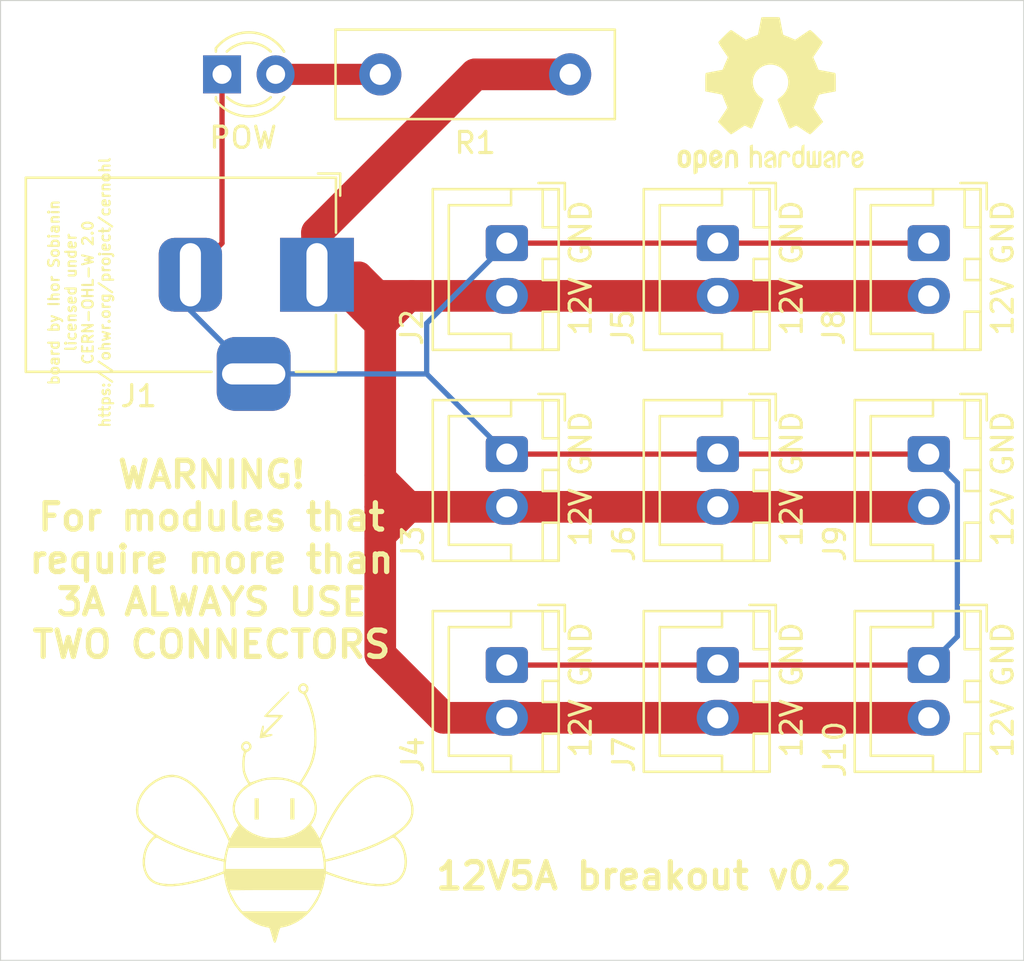
<source format=kicad_pcb>
(kicad_pcb (version 20171130) (host pcbnew "(5.1.12)-1")

  (general
    (thickness 1.6)
    (drawings 29)
    (tracks 44)
    (zones 0)
    (modules 18)
    (nets 4)
  )

  (page A4)
  (layers
    (0 F.Cu signal)
    (31 B.Cu signal)
    (32 B.Adhes user hide)
    (33 F.Adhes user hide)
    (34 B.Paste user hide)
    (35 F.Paste user hide)
    (36 B.SilkS user hide)
    (37 F.SilkS user hide)
    (38 B.Mask user hide)
    (39 F.Mask user hide)
    (40 Dwgs.User user hide)
    (41 Cmts.User user hide)
    (42 Eco1.User user hide)
    (43 Eco2.User user hide)
    (44 Edge.Cuts user)
    (45 Margin user hide)
    (46 B.CrtYd user hide)
    (47 F.CrtYd user hide)
    (48 B.Fab user hide)
    (49 F.Fab user hide)
  )

  (setup
    (last_trace_width 0.25)
    (trace_clearance 0.2)
    (zone_clearance 0.5)
    (zone_45_only no)
    (trace_min 0.2)
    (via_size 0.8)
    (via_drill 0.4)
    (via_min_size 0.4)
    (via_min_drill 0.3)
    (uvia_size 0.3)
    (uvia_drill 0.1)
    (uvias_allowed no)
    (uvia_min_size 0.2)
    (uvia_min_drill 0.1)
    (edge_width 0.05)
    (segment_width 0.2)
    (pcb_text_width 0.3)
    (pcb_text_size 1.5 1.5)
    (mod_edge_width 0.12)
    (mod_text_size 1 1)
    (mod_text_width 0.15)
    (pad_size 1.524 1.524)
    (pad_drill 0.762)
    (pad_to_mask_clearance 0)
    (aux_axis_origin 0 0)
    (visible_elements 7FFFFFFF)
    (pcbplotparams
      (layerselection 0x3ffff_ffffffff)
      (usegerberextensions false)
      (usegerberattributes false)
      (usegerberadvancedattributes false)
      (creategerberjobfile false)
      (excludeedgelayer true)
      (linewidth 0.100000)
      (plotframeref false)
      (viasonmask false)
      (mode 1)
      (useauxorigin false)
      (hpglpennumber 1)
      (hpglpenspeed 20)
      (hpglpendiameter 15.000000)
      (psnegative false)
      (psa4output false)
      (plotreference true)
      (plotvalue true)
      (plotinvisibletext false)
      (padsonsilk false)
      (subtractmaskfromsilk false)
      (outputformat 1)
      (mirror false)
      (drillshape 0)
      (scaleselection 1)
      (outputdirectory "gerber/"))
  )

  (net 0 "")
  (net 1 GND)
  (net 2 +12V)
  (net 3 "Net-(D1-Pad2)")

  (net_class Default "This is the default net class."
    (clearance 0.2)
    (trace_width 0.25)
    (via_dia 0.8)
    (via_drill 0.4)
    (uvia_dia 0.3)
    (uvia_drill 0.1)
    (add_net +12V)
    (add_net GND)
    (add_net "Net-(D1-Pad2)")
  )

  (module Connector_JST:JST_XH_B2B-XH-A_1x02_P2.50mm_Vertical (layer F.Cu) (tedit 5C28146C) (tstamp 5F8819F2)
    (at 109 51 270)
    (descr "JST XH series connector, B2B-XH-A (http://www.jst-mfg.com/product/pdf/eng/eXH.pdf), generated with kicad-footprint-generator")
    (tags "connector JST XH vertical")
    (path /5F883C40)
    (fp_text reference J5 (at 4 4.5 270) (layer F.SilkS)
      (effects (font (size 1 1) (thickness 0.15)))
    )
    (fp_text value Conn_01x02 (at 1.25 4.6 90) (layer F.Fab)
      (effects (font (size 1 1) (thickness 0.15)))
    )
    (fp_line (start -2.45 -2.35) (end -2.45 3.4) (layer F.Fab) (width 0.1))
    (fp_line (start -2.45 3.4) (end 4.95 3.4) (layer F.Fab) (width 0.1))
    (fp_line (start 4.95 3.4) (end 4.95 -2.35) (layer F.Fab) (width 0.1))
    (fp_line (start 4.95 -2.35) (end -2.45 -2.35) (layer F.Fab) (width 0.1))
    (fp_line (start -2.56 -2.46) (end -2.56 3.51) (layer F.SilkS) (width 0.12))
    (fp_line (start -2.56 3.51) (end 5.06 3.51) (layer F.SilkS) (width 0.12))
    (fp_line (start 5.06 3.51) (end 5.06 -2.46) (layer F.SilkS) (width 0.12))
    (fp_line (start 5.06 -2.46) (end -2.56 -2.46) (layer F.SilkS) (width 0.12))
    (fp_line (start -2.95 -2.85) (end -2.95 3.9) (layer F.CrtYd) (width 0.05))
    (fp_line (start -2.95 3.9) (end 5.45 3.9) (layer F.CrtYd) (width 0.05))
    (fp_line (start 5.45 3.9) (end 5.45 -2.85) (layer F.CrtYd) (width 0.05))
    (fp_line (start 5.45 -2.85) (end -2.95 -2.85) (layer F.CrtYd) (width 0.05))
    (fp_line (start -0.625 -2.35) (end 0 -1.35) (layer F.Fab) (width 0.1))
    (fp_line (start 0 -1.35) (end 0.625 -2.35) (layer F.Fab) (width 0.1))
    (fp_line (start 0.75 -2.45) (end 0.75 -1.7) (layer F.SilkS) (width 0.12))
    (fp_line (start 0.75 -1.7) (end 1.75 -1.7) (layer F.SilkS) (width 0.12))
    (fp_line (start 1.75 -1.7) (end 1.75 -2.45) (layer F.SilkS) (width 0.12))
    (fp_line (start 1.75 -2.45) (end 0.75 -2.45) (layer F.SilkS) (width 0.12))
    (fp_line (start -2.55 -2.45) (end -2.55 -1.7) (layer F.SilkS) (width 0.12))
    (fp_line (start -2.55 -1.7) (end -0.75 -1.7) (layer F.SilkS) (width 0.12))
    (fp_line (start -0.75 -1.7) (end -0.75 -2.45) (layer F.SilkS) (width 0.12))
    (fp_line (start -0.75 -2.45) (end -2.55 -2.45) (layer F.SilkS) (width 0.12))
    (fp_line (start 3.25 -2.45) (end 3.25 -1.7) (layer F.SilkS) (width 0.12))
    (fp_line (start 3.25 -1.7) (end 5.05 -1.7) (layer F.SilkS) (width 0.12))
    (fp_line (start 5.05 -1.7) (end 5.05 -2.45) (layer F.SilkS) (width 0.12))
    (fp_line (start 5.05 -2.45) (end 3.25 -2.45) (layer F.SilkS) (width 0.12))
    (fp_line (start -2.55 -0.2) (end -1.8 -0.2) (layer F.SilkS) (width 0.12))
    (fp_line (start -1.8 -0.2) (end -1.8 2.75) (layer F.SilkS) (width 0.12))
    (fp_line (start -1.8 2.75) (end 1.25 2.75) (layer F.SilkS) (width 0.12))
    (fp_line (start 5.05 -0.2) (end 4.3 -0.2) (layer F.SilkS) (width 0.12))
    (fp_line (start 4.3 -0.2) (end 4.3 2.75) (layer F.SilkS) (width 0.12))
    (fp_line (start 4.3 2.75) (end 1.25 2.75) (layer F.SilkS) (width 0.12))
    (fp_line (start -1.6 -2.75) (end -2.85 -2.75) (layer F.SilkS) (width 0.12))
    (fp_line (start -2.85 -2.75) (end -2.85 -1.5) (layer F.SilkS) (width 0.12))
    (fp_text user %R (at 1.25 2.7 90) (layer F.Fab)
      (effects (font (size 1 1) (thickness 0.15)))
    )
    (pad 2 thru_hole oval (at 2.5 0 270) (size 1.7 2) (drill 1) (layers *.Cu *.Mask)
      (net 2 +12V))
    (pad 1 thru_hole roundrect (at 0 0 270) (size 1.7 2) (drill 1) (layers *.Cu *.Mask) (roundrect_rratio 0.1470588235294118)
      (net 1 GND))
    (model ${KISYS3DMOD}/Connector_JST.3dshapes/JST_XH_B2B-XH-A_1x02_P2.50mm_Vertical.wrl
      (at (xyz 0 0 0))
      (scale (xyz 1 1 1))
      (rotate (xyz 0 0 0))
    )
  )

  (module Symbol:OSHW-Logo2_9.8x8mm_SilkScreen (layer F.Cu) (tedit 0) (tstamp 5F887A3A)
    (at 111.5 44)
    (descr "Open Source Hardware Symbol")
    (tags "Logo Symbol OSHW")
    (attr virtual)
    (fp_text reference REF**_5 (at 0 0) (layer F.SilkS) hide
      (effects (font (size 1 1) (thickness 0.15)))
    )
    (fp_text value OSHW-Logo2_9.8x8mm_SilkScreen (at 0.75 0) (layer F.Fab) hide
      (effects (font (size 1 1) (thickness 0.15)))
    )
    (fp_poly (pts (xy -3.231114 2.584505) (xy -3.156461 2.621727) (xy -3.090569 2.690261) (xy -3.072423 2.715648)
      (xy -3.052655 2.748866) (xy -3.039828 2.784945) (xy -3.03249 2.833098) (xy -3.029187 2.902536)
      (xy -3.028462 2.994206) (xy -3.031737 3.11983) (xy -3.043123 3.214154) (xy -3.064959 3.284523)
      (xy -3.099581 3.338286) (xy -3.14933 3.382788) (xy -3.152986 3.385423) (xy -3.202015 3.412377)
      (xy -3.261055 3.425712) (xy -3.336141 3.429) (xy -3.458205 3.429) (xy -3.458256 3.547497)
      (xy -3.459392 3.613492) (xy -3.466314 3.652202) (xy -3.484402 3.675419) (xy -3.519038 3.694933)
      (xy -3.527355 3.69892) (xy -3.56628 3.717603) (xy -3.596417 3.729403) (xy -3.618826 3.730422)
      (xy -3.634567 3.716761) (xy -3.644698 3.684522) (xy -3.650277 3.629804) (xy -3.652365 3.548711)
      (xy -3.652019 3.437344) (xy -3.6503 3.291802) (xy -3.649763 3.248269) (xy -3.647828 3.098205)
      (xy -3.646096 3.000042) (xy -3.458308 3.000042) (xy -3.457252 3.083364) (xy -3.452562 3.13788)
      (xy -3.441949 3.173837) (xy -3.423128 3.201482) (xy -3.41035 3.214965) (xy -3.35811 3.254417)
      (xy -3.311858 3.257628) (xy -3.264133 3.225049) (xy -3.262923 3.223846) (xy -3.243506 3.198668)
      (xy -3.231693 3.164447) (xy -3.225735 3.111748) (xy -3.22388 3.031131) (xy -3.223846 3.013271)
      (xy -3.22833 2.902175) (xy -3.242926 2.825161) (xy -3.26935 2.778147) (xy -3.309317 2.75705)
      (xy -3.332416 2.754923) (xy -3.387238 2.7649) (xy -3.424842 2.797752) (xy -3.447477 2.857857)
      (xy -3.457394 2.949598) (xy -3.458308 3.000042) (xy -3.646096 3.000042) (xy -3.645778 2.98206)
      (xy -3.643127 2.894679) (xy -3.639394 2.830905) (xy -3.634093 2.785582) (xy -3.626742 2.753555)
      (xy -3.616857 2.729668) (xy -3.603954 2.708764) (xy -3.598421 2.700898) (xy -3.525031 2.626595)
      (xy -3.43224 2.584467) (xy -3.324904 2.572722) (xy -3.231114 2.584505)) (layer F.SilkS) (width 0.01))
    (fp_poly (pts (xy -1.728336 2.595089) (xy -1.665633 2.631358) (xy -1.622039 2.667358) (xy -1.590155 2.705075)
      (xy -1.56819 2.751199) (xy -1.554351 2.812421) (xy -1.546847 2.895431) (xy -1.543883 3.006919)
      (xy -1.543539 3.087062) (xy -1.543539 3.382065) (xy -1.709615 3.456515) (xy -1.719385 3.133402)
      (xy -1.723421 3.012729) (xy -1.727656 2.925141) (xy -1.732903 2.86465) (xy -1.739975 2.825268)
      (xy -1.749689 2.801007) (xy -1.762856 2.78588) (xy -1.767081 2.782606) (xy -1.831091 2.757034)
      (xy -1.895792 2.767153) (xy -1.934308 2.794) (xy -1.949975 2.813024) (xy -1.96082 2.837988)
      (xy -1.967712 2.875834) (xy -1.971521 2.933502) (xy -1.973117 3.017935) (xy -1.973385 3.105928)
      (xy -1.973437 3.216323) (xy -1.975328 3.294463) (xy -1.981655 3.347165) (xy -1.995017 3.381242)
      (xy -2.018015 3.403511) (xy -2.053246 3.420787) (xy -2.100303 3.438738) (xy -2.151697 3.458278)
      (xy -2.145579 3.111485) (xy -2.143116 2.986468) (xy -2.140233 2.894082) (xy -2.136102 2.827881)
      (xy -2.129893 2.78142) (xy -2.120774 2.748256) (xy -2.107917 2.721944) (xy -2.092416 2.698729)
      (xy -2.017629 2.624569) (xy -1.926372 2.581684) (xy -1.827117 2.571412) (xy -1.728336 2.595089)) (layer F.SilkS) (width 0.01))
    (fp_poly (pts (xy -3.983114 2.587256) (xy -3.891536 2.635409) (xy -3.823951 2.712905) (xy -3.799943 2.762727)
      (xy -3.781262 2.837533) (xy -3.771699 2.932052) (xy -3.770792 3.03521) (xy -3.778079 3.135935)
      (xy -3.793097 3.223153) (xy -3.815385 3.285791) (xy -3.822235 3.296579) (xy -3.903368 3.377105)
      (xy -3.999734 3.425336) (xy -4.104299 3.43945) (xy -4.210032 3.417629) (xy -4.239457 3.404547)
      (xy -4.296759 3.364231) (xy -4.34705 3.310775) (xy -4.351803 3.303995) (xy -4.371122 3.271321)
      (xy -4.383892 3.236394) (xy -4.391436 3.190414) (xy -4.395076 3.124584) (xy -4.396135 3.030105)
      (xy -4.396154 3.008923) (xy -4.396106 3.002182) (xy -4.200769 3.002182) (xy -4.199632 3.091349)
      (xy -4.195159 3.15052) (xy -4.185754 3.188741) (xy -4.169824 3.215053) (xy -4.161692 3.223846)
      (xy -4.114942 3.257261) (xy -4.069553 3.255737) (xy -4.02366 3.226752) (xy -3.996288 3.195809)
      (xy -3.980077 3.150643) (xy -3.970974 3.07942) (xy -3.970349 3.071114) (xy -3.968796 2.942037)
      (xy -3.985035 2.846172) (xy -4.018848 2.784107) (xy -4.070016 2.756432) (xy -4.08828 2.754923)
      (xy -4.13624 2.762513) (xy -4.169047 2.788808) (xy -4.189105 2.839095) (xy -4.198822 2.918664)
      (xy -4.200769 3.002182) (xy -4.396106 3.002182) (xy -4.395426 2.908249) (xy -4.392371 2.837906)
      (xy -4.385678 2.789163) (xy -4.37404 2.753288) (xy -4.356147 2.721548) (xy -4.352192 2.715648)
      (xy -4.285733 2.636104) (xy -4.213315 2.589929) (xy -4.125151 2.571599) (xy -4.095213 2.570703)
      (xy -3.983114 2.587256)) (layer F.SilkS) (width 0.01))
    (fp_poly (pts (xy -2.465746 2.599745) (xy -2.388714 2.651567) (xy -2.329184 2.726412) (xy -2.293622 2.821654)
      (xy -2.286429 2.891756) (xy -2.287246 2.921009) (xy -2.294086 2.943407) (xy -2.312888 2.963474)
      (xy -2.349592 2.985733) (xy -2.410138 3.014709) (xy -2.500466 3.054927) (xy -2.500923 3.055129)
      (xy -2.584067 3.09321) (xy -2.652247 3.127025) (xy -2.698495 3.152933) (xy -2.715842 3.167295)
      (xy -2.715846 3.167411) (xy -2.700557 3.198685) (xy -2.664804 3.233157) (xy -2.623758 3.25799)
      (xy -2.602963 3.262923) (xy -2.54623 3.245862) (xy -2.497373 3.203133) (xy -2.473535 3.156155)
      (xy -2.450603 3.121522) (xy -2.405682 3.082081) (xy -2.352877 3.048009) (xy -2.30629 3.02948)
      (xy -2.296548 3.028462) (xy -2.285582 3.045215) (xy -2.284921 3.088039) (xy -2.29298 3.145781)
      (xy -2.308173 3.207289) (xy -2.328914 3.261409) (xy -2.329962 3.26351) (xy -2.392379 3.35066)
      (xy -2.473274 3.409939) (xy -2.565144 3.439034) (xy -2.660487 3.435634) (xy -2.751802 3.397428)
      (xy -2.755862 3.394741) (xy -2.827694 3.329642) (xy -2.874927 3.244705) (xy -2.901066 3.133021)
      (xy -2.904574 3.101643) (xy -2.910787 2.953536) (xy -2.903339 2.884468) (xy -2.715846 2.884468)
      (xy -2.71341 2.927552) (xy -2.700086 2.940126) (xy -2.666868 2.930719) (xy -2.614506 2.908483)
      (xy -2.555976 2.88061) (xy -2.554521 2.879872) (xy -2.504911 2.853777) (xy -2.485 2.836363)
      (xy -2.48991 2.818107) (xy -2.510584 2.79412) (xy -2.563181 2.759406) (xy -2.619823 2.756856)
      (xy -2.670631 2.782119) (xy -2.705724 2.830847) (xy -2.715846 2.884468) (xy -2.903339 2.884468)
      (xy -2.898008 2.835036) (xy -2.865222 2.741055) (xy -2.819579 2.675215) (xy -2.737198 2.608681)
      (xy -2.646454 2.575676) (xy -2.553815 2.573573) (xy -2.465746 2.599745)) (layer F.SilkS) (width 0.01))
    (fp_poly (pts (xy -0.840154 2.49212) (xy -0.834428 2.57198) (xy -0.827851 2.619039) (xy -0.818738 2.639566)
      (xy -0.805402 2.639829) (xy -0.801077 2.637378) (xy -0.743556 2.619636) (xy -0.668732 2.620672)
      (xy -0.592661 2.63891) (xy -0.545082 2.662505) (xy -0.496298 2.700198) (xy -0.460636 2.742855)
      (xy -0.436155 2.797057) (xy -0.420913 2.869384) (xy -0.41297 2.966419) (xy -0.410384 3.094742)
      (xy -0.410338 3.119358) (xy -0.410308 3.39587) (xy -0.471839 3.41732) (xy -0.515541 3.431912)
      (xy -0.539518 3.438706) (xy -0.540223 3.438769) (xy -0.542585 3.420345) (xy -0.544594 3.369526)
      (xy -0.546099 3.292993) (xy -0.546947 3.19743) (xy -0.547077 3.139329) (xy -0.547349 3.024771)
      (xy -0.548748 2.942667) (xy -0.552151 2.886393) (xy -0.558433 2.849326) (xy -0.568471 2.824844)
      (xy -0.583139 2.806325) (xy -0.592298 2.797406) (xy -0.655211 2.761466) (xy -0.723864 2.758775)
      (xy -0.786152 2.78917) (xy -0.797671 2.800144) (xy -0.814567 2.820779) (xy -0.826286 2.845256)
      (xy -0.833767 2.880647) (xy -0.837946 2.934026) (xy -0.839763 3.012466) (xy -0.840154 3.120617)
      (xy -0.840154 3.39587) (xy -0.901685 3.41732) (xy -0.945387 3.431912) (xy -0.969364 3.438706)
      (xy -0.97007 3.438769) (xy -0.971874 3.420069) (xy -0.9735 3.367322) (xy -0.974883 3.285557)
      (xy -0.975958 3.179805) (xy -0.97666 3.055094) (xy -0.976923 2.916455) (xy -0.976923 2.381806)
      (xy -0.849923 2.328236) (xy -0.840154 2.49212)) (layer F.SilkS) (width 0.01))
    (fp_poly (pts (xy 0.053501 2.626303) (xy 0.13006 2.654733) (xy 0.130936 2.655279) (xy 0.178285 2.690127)
      (xy 0.213241 2.730852) (xy 0.237825 2.783925) (xy 0.254062 2.855814) (xy 0.263975 2.952992)
      (xy 0.269586 3.081928) (xy 0.270077 3.100298) (xy 0.277141 3.377287) (xy 0.217695 3.408028)
      (xy 0.174681 3.428802) (xy 0.14871 3.438646) (xy 0.147509 3.438769) (xy 0.143014 3.420606)
      (xy 0.139444 3.371612) (xy 0.137248 3.300031) (xy 0.136769 3.242068) (xy 0.136758 3.14817)
      (xy 0.132466 3.089203) (xy 0.117503 3.061079) (xy 0.085482 3.059706) (xy 0.030014 3.080998)
      (xy -0.053731 3.120136) (xy -0.115311 3.152643) (xy -0.146983 3.180845) (xy -0.156294 3.211582)
      (xy -0.156308 3.213104) (xy -0.140943 3.266054) (xy -0.095453 3.29466) (xy -0.025834 3.298803)
      (xy 0.024313 3.298084) (xy 0.050754 3.312527) (xy 0.067243 3.347218) (xy 0.076733 3.391416)
      (xy 0.063057 3.416493) (xy 0.057907 3.420082) (xy 0.009425 3.434496) (xy -0.058469 3.436537)
      (xy -0.128388 3.426983) (xy -0.177932 3.409522) (xy -0.24643 3.351364) (xy -0.285366 3.270408)
      (xy -0.293077 3.20716) (xy -0.287193 3.150111) (xy -0.265899 3.103542) (xy -0.223735 3.062181)
      (xy -0.155241 3.020755) (xy -0.054956 2.973993) (xy -0.048846 2.97135) (xy 0.04149 2.929617)
      (xy 0.097235 2.895391) (xy 0.121129 2.864635) (xy 0.115913 2.833311) (xy 0.084328 2.797383)
      (xy 0.074883 2.789116) (xy 0.011617 2.757058) (xy -0.053936 2.758407) (xy -0.111028 2.789838)
      (xy -0.148907 2.848024) (xy -0.152426 2.859446) (xy -0.1867 2.914837) (xy -0.230191 2.941518)
      (xy -0.293077 2.96796) (xy -0.293077 2.899548) (xy -0.273948 2.80011) (xy -0.217169 2.708902)
      (xy -0.187622 2.678389) (xy -0.120458 2.639228) (xy -0.035044 2.6215) (xy 0.053501 2.626303)) (layer F.SilkS) (width 0.01))
    (fp_poly (pts (xy 0.713362 2.62467) (xy 0.802117 2.657421) (xy 0.874022 2.71535) (xy 0.902144 2.756128)
      (xy 0.932802 2.830954) (xy 0.932165 2.885058) (xy 0.899987 2.921446) (xy 0.888081 2.927633)
      (xy 0.836675 2.946925) (xy 0.810422 2.941982) (xy 0.80153 2.909587) (xy 0.801077 2.891692)
      (xy 0.784797 2.825859) (xy 0.742365 2.779807) (xy 0.683388 2.757564) (xy 0.617475 2.763161)
      (xy 0.563895 2.792229) (xy 0.545798 2.80881) (xy 0.532971 2.828925) (xy 0.524306 2.859332)
      (xy 0.518696 2.906788) (xy 0.515035 2.97805) (xy 0.512215 3.079875) (xy 0.511484 3.112115)
      (xy 0.50882 3.22241) (xy 0.505792 3.300036) (xy 0.50125 3.351396) (xy 0.494046 3.38289)
      (xy 0.483033 3.40092) (xy 0.46706 3.411888) (xy 0.456834 3.416733) (xy 0.413406 3.433301)
      (xy 0.387842 3.438769) (xy 0.379395 3.420507) (xy 0.374239 3.365296) (xy 0.372346 3.272499)
      (xy 0.373689 3.141478) (xy 0.374107 3.121269) (xy 0.377058 3.001733) (xy 0.380548 2.914449)
      (xy 0.385514 2.852591) (xy 0.392893 2.809336) (xy 0.403624 2.77786) (xy 0.418645 2.751339)
      (xy 0.426502 2.739975) (xy 0.471553 2.689692) (xy 0.52194 2.650581) (xy 0.528108 2.647167)
      (xy 0.618458 2.620212) (xy 0.713362 2.62467)) (layer F.SilkS) (width 0.01))
    (fp_poly (pts (xy 1.602081 2.780289) (xy 1.601833 2.92632) (xy 1.600872 3.038655) (xy 1.598794 3.122678)
      (xy 1.595193 3.183769) (xy 1.589665 3.227309) (xy 1.581804 3.258679) (xy 1.571207 3.283262)
      (xy 1.563182 3.297294) (xy 1.496728 3.373388) (xy 1.41247 3.421084) (xy 1.319249 3.438199)
      (xy 1.2259 3.422546) (xy 1.170312 3.394418) (xy 1.111957 3.34576) (xy 1.072186 3.286333)
      (xy 1.04819 3.208507) (xy 1.037161 3.104652) (xy 1.035599 3.028462) (xy 1.035809 3.022986)
      (xy 1.172308 3.022986) (xy 1.173141 3.110355) (xy 1.176961 3.168192) (xy 1.185746 3.206029)
      (xy 1.201474 3.233398) (xy 1.220266 3.254042) (xy 1.283375 3.29389) (xy 1.351137 3.297295)
      (xy 1.415179 3.264025) (xy 1.420164 3.259517) (xy 1.441439 3.236067) (xy 1.454779 3.208166)
      (xy 1.462001 3.166641) (xy 1.464923 3.102316) (xy 1.465385 3.0312) (xy 1.464383 2.941858)
      (xy 1.460238 2.882258) (xy 1.451236 2.843089) (xy 1.435667 2.81504) (xy 1.422902 2.800144)
      (xy 1.3636 2.762575) (xy 1.295301 2.758057) (xy 1.23011 2.786753) (xy 1.217528 2.797406)
      (xy 1.196111 2.821063) (xy 1.182744 2.849251) (xy 1.175566 2.891245) (xy 1.172719 2.956319)
      (xy 1.172308 3.022986) (xy 1.035809 3.022986) (xy 1.040322 2.905765) (xy 1.056362 2.813577)
      (xy 1.086528 2.744269) (xy 1.133629 2.690211) (xy 1.170312 2.662505) (xy 1.23699 2.632572)
      (xy 1.314272 2.618678) (xy 1.38611 2.622397) (xy 1.426308 2.6374) (xy 1.442082 2.64167)
      (xy 1.45255 2.62575) (xy 1.459856 2.583089) (xy 1.465385 2.518106) (xy 1.471437 2.445732)
      (xy 1.479844 2.402187) (xy 1.495141 2.377287) (xy 1.521864 2.360845) (xy 1.538654 2.353564)
      (xy 1.602154 2.326963) (xy 1.602081 2.780289)) (layer F.SilkS) (width 0.01))
    (fp_poly (pts (xy 2.395929 2.636662) (xy 2.398911 2.688068) (xy 2.401247 2.766192) (xy 2.402749 2.864857)
      (xy 2.403231 2.968343) (xy 2.403231 3.318533) (xy 2.341401 3.380363) (xy 2.298793 3.418462)
      (xy 2.26139 3.433895) (xy 2.21027 3.432918) (xy 2.189978 3.430433) (xy 2.126554 3.4232)
      (xy 2.074095 3.419055) (xy 2.061308 3.418672) (xy 2.018199 3.421176) (xy 1.956544 3.427462)
      (xy 1.932638 3.430433) (xy 1.873922 3.435028) (xy 1.834464 3.425046) (xy 1.795338 3.394228)
      (xy 1.781215 3.380363) (xy 1.719385 3.318533) (xy 1.719385 2.663503) (xy 1.76915 2.640829)
      (xy 1.812002 2.624034) (xy 1.837073 2.618154) (xy 1.843501 2.636736) (xy 1.849509 2.688655)
      (xy 1.854697 2.768172) (xy 1.858664 2.869546) (xy 1.860577 2.955192) (xy 1.865923 3.292231)
      (xy 1.91256 3.298825) (xy 1.954976 3.294214) (xy 1.97576 3.279287) (xy 1.98157 3.251377)
      (xy 1.98653 3.191925) (xy 1.990246 3.108466) (xy 1.992324 3.008532) (xy 1.992624 2.957104)
      (xy 1.992923 2.661054) (xy 2.054454 2.639604) (xy 2.098004 2.62502) (xy 2.121694 2.618219)
      (xy 2.122377 2.618154) (xy 2.124754 2.636642) (xy 2.127366 2.687906) (xy 2.129995 2.765649)
      (xy 2.132421 2.863574) (xy 2.134115 2.955192) (xy 2.139461 3.292231) (xy 2.256692 3.292231)
      (xy 2.262072 2.984746) (xy 2.267451 2.677261) (xy 2.324601 2.647707) (xy 2.366797 2.627413)
      (xy 2.39177 2.618204) (xy 2.392491 2.618154) (xy 2.395929 2.636662)) (layer F.SilkS) (width 0.01))
    (fp_poly (pts (xy 2.887333 2.633528) (xy 2.94359 2.659117) (xy 2.987747 2.690124) (xy 3.020101 2.724795)
      (xy 3.042438 2.76952) (xy 3.056546 2.830692) (xy 3.064211 2.914701) (xy 3.06722 3.02794)
      (xy 3.067538 3.102509) (xy 3.067538 3.39342) (xy 3.017773 3.416095) (xy 2.978576 3.432667)
      (xy 2.959157 3.438769) (xy 2.955442 3.42061) (xy 2.952495 3.371648) (xy 2.950691 3.300153)
      (xy 2.950308 3.243385) (xy 2.948661 3.161371) (xy 2.944222 3.096309) (xy 2.93774 3.056467)
      (xy 2.93259 3.048) (xy 2.897977 3.056646) (xy 2.84364 3.078823) (xy 2.780722 3.108886)
      (xy 2.720368 3.141192) (xy 2.673721 3.170098) (xy 2.651926 3.189961) (xy 2.651839 3.190175)
      (xy 2.653714 3.226935) (xy 2.670525 3.262026) (xy 2.700039 3.290528) (xy 2.743116 3.300061)
      (xy 2.779932 3.29895) (xy 2.832074 3.298133) (xy 2.859444 3.310349) (xy 2.875882 3.342624)
      (xy 2.877955 3.34871) (xy 2.885081 3.394739) (xy 2.866024 3.422687) (xy 2.816353 3.436007)
      (xy 2.762697 3.43847) (xy 2.666142 3.42021) (xy 2.616159 3.394131) (xy 2.554429 3.332868)
      (xy 2.52169 3.25767) (xy 2.518753 3.178211) (xy 2.546424 3.104167) (xy 2.588047 3.057769)
      (xy 2.629604 3.031793) (xy 2.694922 2.998907) (xy 2.771038 2.965557) (xy 2.783726 2.960461)
      (xy 2.867333 2.923565) (xy 2.91553 2.891046) (xy 2.93103 2.858718) (xy 2.91655 2.822394)
      (xy 2.891692 2.794) (xy 2.832939 2.759039) (xy 2.768293 2.756417) (xy 2.709008 2.783358)
      (xy 2.666339 2.837088) (xy 2.660739 2.85095) (xy 2.628133 2.901936) (xy 2.58053 2.939787)
      (xy 2.520461 2.97085) (xy 2.520461 2.882768) (xy 2.523997 2.828951) (xy 2.539156 2.786534)
      (xy 2.572768 2.741279) (xy 2.605035 2.70642) (xy 2.655209 2.657062) (xy 2.694193 2.630547)
      (xy 2.736064 2.619911) (xy 2.78346 2.618154) (xy 2.887333 2.633528)) (layer F.SilkS) (width 0.01))
    (fp_poly (pts (xy 3.570807 2.636782) (xy 3.594161 2.646988) (xy 3.649902 2.691134) (xy 3.697569 2.754967)
      (xy 3.727048 2.823087) (xy 3.731846 2.85667) (xy 3.71576 2.903556) (xy 3.680475 2.928365)
      (xy 3.642644 2.943387) (xy 3.625321 2.946155) (xy 3.616886 2.926066) (xy 3.60023 2.882351)
      (xy 3.592923 2.862598) (xy 3.551948 2.794271) (xy 3.492622 2.760191) (xy 3.416552 2.761239)
      (xy 3.410918 2.762581) (xy 3.370305 2.781836) (xy 3.340448 2.819375) (xy 3.320055 2.879809)
      (xy 3.307836 2.967751) (xy 3.3025 3.087813) (xy 3.302 3.151698) (xy 3.301752 3.252403)
      (xy 3.300126 3.321054) (xy 3.295801 3.364673) (xy 3.287454 3.390282) (xy 3.273765 3.404903)
      (xy 3.253411 3.415558) (xy 3.252234 3.416095) (xy 3.213038 3.432667) (xy 3.193619 3.438769)
      (xy 3.190635 3.420319) (xy 3.188081 3.369323) (xy 3.18614 3.292308) (xy 3.184997 3.195805)
      (xy 3.184769 3.125184) (xy 3.185932 2.988525) (xy 3.190479 2.884851) (xy 3.199999 2.808108)
      (xy 3.216081 2.752246) (xy 3.240313 2.711212) (xy 3.274286 2.678954) (xy 3.307833 2.65644)
      (xy 3.388499 2.626476) (xy 3.482381 2.619718) (xy 3.570807 2.636782)) (layer F.SilkS) (width 0.01))
    (fp_poly (pts (xy 4.245224 2.647838) (xy 4.322528 2.698361) (xy 4.359814 2.74359) (xy 4.389353 2.825663)
      (xy 4.391699 2.890607) (xy 4.386385 2.977445) (xy 4.186115 3.065103) (xy 4.088739 3.109887)
      (xy 4.025113 3.145913) (xy 3.992029 3.177117) (xy 3.98628 3.207436) (xy 4.004658 3.240805)
      (xy 4.024923 3.262923) (xy 4.083889 3.298393) (xy 4.148024 3.300879) (xy 4.206926 3.273235)
      (xy 4.250197 3.21832) (xy 4.257936 3.198928) (xy 4.295006 3.138364) (xy 4.337654 3.112552)
      (xy 4.396154 3.090471) (xy 4.396154 3.174184) (xy 4.390982 3.23115) (xy 4.370723 3.279189)
      (xy 4.328262 3.334346) (xy 4.321951 3.341514) (xy 4.27472 3.390585) (xy 4.234121 3.41692)
      (xy 4.183328 3.429035) (xy 4.14122 3.433003) (xy 4.065902 3.433991) (xy 4.012286 3.421466)
      (xy 3.978838 3.402869) (xy 3.926268 3.361975) (xy 3.889879 3.317748) (xy 3.86685 3.262126)
      (xy 3.854359 3.187047) (xy 3.849587 3.084449) (xy 3.849206 3.032376) (xy 3.850501 2.969948)
      (xy 3.968471 2.969948) (xy 3.969839 3.003438) (xy 3.973249 3.008923) (xy 3.995753 3.001472)
      (xy 4.044182 2.981753) (xy 4.108908 2.953718) (xy 4.122443 2.947692) (xy 4.204244 2.906096)
      (xy 4.249312 2.869538) (xy 4.259217 2.835296) (xy 4.235526 2.800648) (xy 4.21596 2.785339)
      (xy 4.14536 2.754721) (xy 4.07928 2.75978) (xy 4.023959 2.797151) (xy 3.985636 2.863473)
      (xy 3.973349 2.916116) (xy 3.968471 2.969948) (xy 3.850501 2.969948) (xy 3.85173 2.91072)
      (xy 3.861032 2.82071) (xy 3.87946 2.755167) (xy 3.90936 2.706912) (xy 3.95308 2.668767)
      (xy 3.972141 2.65644) (xy 4.058726 2.624336) (xy 4.153522 2.622316) (xy 4.245224 2.647838)) (layer F.SilkS) (width 0.01))
    (fp_poly (pts (xy 0.139878 -3.712224) (xy 0.245612 -3.711645) (xy 0.322132 -3.710078) (xy 0.374372 -3.707028)
      (xy 0.407263 -3.702004) (xy 0.425737 -3.694511) (xy 0.434727 -3.684056) (xy 0.439163 -3.670147)
      (xy 0.439594 -3.668346) (xy 0.446333 -3.635855) (xy 0.458808 -3.571748) (xy 0.475719 -3.482849)
      (xy 0.495771 -3.375981) (xy 0.517664 -3.257967) (xy 0.518429 -3.253822) (xy 0.540359 -3.138169)
      (xy 0.560877 -3.035986) (xy 0.578659 -2.953402) (xy 0.592381 -2.896544) (xy 0.600718 -2.871542)
      (xy 0.601116 -2.871099) (xy 0.625677 -2.85889) (xy 0.676315 -2.838544) (xy 0.742095 -2.814455)
      (xy 0.742461 -2.814326) (xy 0.825317 -2.783182) (xy 0.923 -2.743509) (xy 1.015077 -2.703619)
      (xy 1.019434 -2.701647) (xy 1.169407 -2.63358) (xy 1.501498 -2.860361) (xy 1.603374 -2.929496)
      (xy 1.695657 -2.991303) (xy 1.773003 -3.042267) (xy 1.830064 -3.078873) (xy 1.861495 -3.097606)
      (xy 1.864479 -3.098996) (xy 1.887321 -3.09281) (xy 1.929982 -3.062965) (xy 1.994128 -3.008053)
      (xy 2.081421 -2.926666) (xy 2.170535 -2.840078) (xy 2.256441 -2.754753) (xy 2.333327 -2.676892)
      (xy 2.396564 -2.611303) (xy 2.441523 -2.562795) (xy 2.463576 -2.536175) (xy 2.464396 -2.534805)
      (xy 2.466834 -2.516537) (xy 2.45765 -2.486705) (xy 2.434574 -2.441279) (xy 2.395337 -2.37623)
      (xy 2.33767 -2.28753) (xy 2.260795 -2.173343) (xy 2.19257 -2.072838) (xy 2.131582 -1.982697)
      (xy 2.081356 -1.908151) (xy 2.045416 -1.854435) (xy 2.027287 -1.826782) (xy 2.026146 -1.824905)
      (xy 2.028359 -1.79841) (xy 2.045138 -1.746914) (xy 2.073142 -1.680149) (xy 2.083122 -1.658828)
      (xy 2.126672 -1.563841) (xy 2.173134 -1.456063) (xy 2.210877 -1.362808) (xy 2.238073 -1.293594)
      (xy 2.259675 -1.240994) (xy 2.272158 -1.213503) (xy 2.273709 -1.211384) (xy 2.296668 -1.207876)
      (xy 2.350786 -1.198262) (xy 2.428868 -1.183911) (xy 2.523719 -1.166193) (xy 2.628143 -1.146475)
      (xy 2.734944 -1.126126) (xy 2.836926 -1.106514) (xy 2.926894 -1.089009) (xy 2.997653 -1.074978)
      (xy 3.042006 -1.065791) (xy 3.052885 -1.063193) (xy 3.064122 -1.056782) (xy 3.072605 -1.042303)
      (xy 3.078714 -1.014867) (xy 3.082832 -0.969589) (xy 3.085341 -0.90158) (xy 3.086621 -0.805953)
      (xy 3.087054 -0.67782) (xy 3.087077 -0.625299) (xy 3.087077 -0.198155) (xy 2.9845 -0.177909)
      (xy 2.927431 -0.16693) (xy 2.842269 -0.150905) (xy 2.739372 -0.131767) (xy 2.629096 -0.111449)
      (xy 2.598615 -0.105868) (xy 2.496855 -0.086083) (xy 2.408205 -0.066627) (xy 2.340108 -0.049303)
      (xy 2.300004 -0.035912) (xy 2.293323 -0.031921) (xy 2.276919 -0.003658) (xy 2.253399 0.051109)
      (xy 2.227316 0.121588) (xy 2.222142 0.136769) (xy 2.187956 0.230896) (xy 2.145523 0.337101)
      (xy 2.103997 0.432473) (xy 2.103792 0.432916) (xy 2.03464 0.582525) (xy 2.489512 1.251617)
      (xy 2.1975 1.544116) (xy 2.10918 1.63117) (xy 2.028625 1.707909) (xy 1.96036 1.770237)
      (xy 1.908908 1.814056) (xy 1.878794 1.83527) (xy 1.874474 1.836616) (xy 1.849111 1.826016)
      (xy 1.797358 1.796547) (xy 1.724868 1.751705) (xy 1.637294 1.694984) (xy 1.542612 1.631462)
      (xy 1.446516 1.566668) (xy 1.360837 1.510287) (xy 1.291016 1.465788) (xy 1.242494 1.436639)
      (xy 1.220782 1.426308) (xy 1.194293 1.43505) (xy 1.144062 1.458087) (xy 1.080451 1.490631)
      (xy 1.073708 1.494249) (xy 0.988046 1.53721) (xy 0.929306 1.558279) (xy 0.892772 1.558503)
      (xy 0.873731 1.538928) (xy 0.87362 1.538654) (xy 0.864102 1.515472) (xy 0.841403 1.460441)
      (xy 0.807282 1.377822) (xy 0.7635 1.271872) (xy 0.711816 1.146852) (xy 0.653992 1.00702)
      (xy 0.597991 0.871637) (xy 0.536447 0.722234) (xy 0.479939 0.583832) (xy 0.430161 0.460673)
      (xy 0.388806 0.357002) (xy 0.357568 0.277059) (xy 0.338141 0.225088) (xy 0.332154 0.205692)
      (xy 0.347168 0.183443) (xy 0.386439 0.147982) (xy 0.438807 0.108887) (xy 0.587941 -0.014755)
      (xy 0.704511 -0.156478) (xy 0.787118 -0.313296) (xy 0.834366 -0.482225) (xy 0.844857 -0.660278)
      (xy 0.837231 -0.742461) (xy 0.795682 -0.912969) (xy 0.724123 -1.063541) (xy 0.626995 -1.192691)
      (xy 0.508734 -1.298936) (xy 0.37378 -1.38079) (xy 0.226571 -1.436768) (xy 0.071544 -1.465385)
      (xy -0.086861 -1.465156) (xy -0.244206 -1.434595) (xy -0.396054 -1.372218) (xy -0.537965 -1.27654)
      (xy -0.597197 -1.222428) (xy -0.710797 -1.08348) (xy -0.789894 -0.931639) (xy -0.835014 -0.771333)
      (xy -0.846684 -0.606988) (xy -0.825431 -0.443029) (xy -0.77178 -0.283882) (xy -0.68626 -0.133975)
      (xy -0.569395 0.002267) (xy -0.438807 0.108887) (xy -0.384412 0.149642) (xy -0.345986 0.184718)
      (xy -0.332154 0.205726) (xy -0.339397 0.228635) (xy -0.359995 0.283365) (xy -0.392254 0.365672)
      (xy -0.434479 0.471315) (xy -0.484977 0.59605) (xy -0.542052 0.735636) (xy -0.598146 0.87167)
      (xy -0.660033 1.021201) (xy -0.717356 1.159767) (xy -0.768356 1.283107) (xy -0.811273 1.386964)
      (xy -0.844347 1.46708) (xy -0.865819 1.519195) (xy -0.873775 1.538654) (xy -0.892571 1.558423)
      (xy -0.928926 1.558365) (xy -0.987521 1.537441) (xy -1.073032 1.494613) (xy -1.073708 1.494249)
      (xy -1.138093 1.461012) (xy -1.190139 1.436802) (xy -1.219488 1.426404) (xy -1.220783 1.426308)
      (xy -1.242876 1.436855) (xy -1.291652 1.466184) (xy -1.361669 1.510827) (xy -1.447486 1.567314)
      (xy -1.542612 1.631462) (xy -1.63946 1.696411) (xy -1.726747 1.752896) (xy -1.798819 1.797421)
      (xy -1.850023 1.82649) (xy -1.874474 1.836616) (xy -1.89699 1.823307) (xy -1.942258 1.786112)
      (xy -2.005756 1.729128) (xy -2.082961 1.656449) (xy -2.169349 1.572171) (xy -2.197601 1.544016)
      (xy -2.489713 1.251416) (xy -2.267369 0.925104) (xy -2.199798 0.824897) (xy -2.140493 0.734963)
      (xy -2.092783 0.66051) (xy -2.059993 0.606751) (xy -2.045452 0.578894) (xy -2.045026 0.576912)
      (xy -2.052692 0.550655) (xy -2.073311 0.497837) (xy -2.103315 0.42731) (xy -2.124375 0.380093)
      (xy -2.163752 0.289694) (xy -2.200835 0.198366) (xy -2.229585 0.1212) (xy -2.237395 0.097692)
      (xy -2.259583 0.034916) (xy -2.281273 -0.013589) (xy -2.293187 -0.031921) (xy -2.319477 -0.043141)
      (xy -2.376858 -0.059046) (xy -2.457882 -0.077833) (xy -2.555105 -0.097701) (xy -2.598615 -0.105868)
      (xy -2.709104 -0.126171) (xy -2.815084 -0.14583) (xy -2.906199 -0.162912) (xy -2.972092 -0.175482)
      (xy -2.9845 -0.177909) (xy -3.087077 -0.198155) (xy -3.087077 -0.625299) (xy -3.086847 -0.765754)
      (xy -3.085901 -0.872021) (xy -3.083859 -0.948987) (xy -3.080338 -1.00154) (xy -3.074957 -1.034567)
      (xy -3.067334 -1.052955) (xy -3.057088 -1.061592) (xy -3.052885 -1.063193) (xy -3.02753 -1.068873)
      (xy -2.971516 -1.080205) (xy -2.892036 -1.095821) (xy -2.796288 -1.114353) (xy -2.691467 -1.134431)
      (xy -2.584768 -1.154688) (xy -2.483387 -1.173754) (xy -2.394521 -1.190261) (xy -2.325363 -1.202841)
      (xy -2.283111 -1.210125) (xy -2.27371 -1.211384) (xy -2.265193 -1.228237) (xy -2.24634 -1.27313)
      (xy -2.220676 -1.33757) (xy -2.210877 -1.362808) (xy -2.171352 -1.460314) (xy -2.124808 -1.568041)
      (xy -2.083123 -1.658828) (xy -2.05245 -1.728247) (xy -2.032044 -1.78529) (xy -2.025232 -1.820223)
      (xy -2.026318 -1.824905) (xy -2.040715 -1.847009) (xy -2.073588 -1.896169) (xy -2.12141 -1.967152)
      (xy -2.180652 -2.054722) (xy -2.247785 -2.153643) (xy -2.261059 -2.17317) (xy -2.338954 -2.28886)
      (xy -2.396213 -2.376956) (xy -2.435119 -2.441514) (xy -2.457956 -2.486589) (xy -2.467006 -2.516237)
      (xy -2.464552 -2.534515) (xy -2.464489 -2.534631) (xy -2.445173 -2.558639) (xy -2.402449 -2.605053)
      (xy -2.340949 -2.669063) (xy -2.265302 -2.745855) (xy -2.180139 -2.830618) (xy -2.170535 -2.840078)
      (xy -2.06321 -2.944011) (xy -1.980385 -3.020325) (xy -1.920395 -3.070429) (xy -1.881577 -3.09573)
      (xy -1.86448 -3.098996) (xy -1.839527 -3.08475) (xy -1.787745 -3.051844) (xy -1.71448 -3.003792)
      (xy -1.62508 -2.94411) (xy -1.524889 -2.876312) (xy -1.501499 -2.860361) (xy -1.169407 -2.63358)
      (xy -1.019435 -2.701647) (xy -0.92823 -2.741315) (xy -0.830331 -2.781209) (xy -0.746169 -2.813017)
      (xy -0.742462 -2.814326) (xy -0.676631 -2.838424) (xy -0.625884 -2.8588) (xy -0.601158 -2.871064)
      (xy -0.601116 -2.871099) (xy -0.593271 -2.893266) (xy -0.579934 -2.947783) (xy -0.56243 -3.02852)
      (xy -0.542083 -3.12935) (xy -0.520218 -3.244144) (xy -0.518429 -3.253822) (xy -0.496496 -3.372096)
      (xy -0.47636 -3.479458) (xy -0.45932 -3.569083) (xy -0.446672 -3.634149) (xy -0.439716 -3.667832)
      (xy -0.439594 -3.668346) (xy -0.435361 -3.682675) (xy -0.427129 -3.693493) (xy -0.409967 -3.701294)
      (xy -0.378942 -3.706571) (xy -0.329122 -3.709818) (xy -0.255576 -3.711528) (xy -0.153371 -3.712193)
      (xy -0.017575 -3.712307) (xy 0 -3.712308) (xy 0.139878 -3.712224)) (layer F.SilkS) (width 0.01))
  )

  (module logo-beehive:logo-beehive-13_2х12_3mm (layer F.Cu) (tedit 0) (tstamp 5F8877A7)
    (at 88 78)
    (fp_text reference G*** (at 0 0) (layer F.SilkS) hide
      (effects (font (size 1.524 1.524) (thickness 0.3)))
    )
    (fp_text value LOGO (at 0.75 0) (layer F.SilkS) hide
      (effects (font (size 1.524 1.524) (thickness 0.3)))
    )
    (fp_poly (pts (xy 1.43206 -6.120166) (xy 1.503454 -6.073142) (xy 1.559921 -6.008476) (xy 1.581032 -5.964856)
      (xy 1.593865 -5.873691) (xy 1.57674 -5.785701) (xy 1.533201 -5.715331) (xy 1.516099 -5.700251)
      (xy 1.467688 -5.663735) (xy 1.578221 -5.430076) (xy 1.727108 -5.070831) (xy 1.840543 -4.696426)
      (xy 1.919134 -4.303945) (xy 1.963486 -3.89047) (xy 1.974727 -3.52425) (xy 1.968472 -3.254768)
      (xy 1.949635 -3.016151) (xy 1.916866 -2.798448) (xy 1.868816 -2.591708) (xy 1.831162 -2.465917)
      (xy 1.775341 -2.315525) (xy 1.699413 -2.143173) (xy 1.609091 -1.960448) (xy 1.510088 -1.778936)
      (xy 1.413237 -1.618242) (xy 1.359088 -1.533164) (xy 1.31277 -1.46029) (xy 1.279318 -1.40755)
      (xy 1.263962 -1.383188) (xy 1.272922 -1.360831) (xy 1.309987 -1.32386) (xy 1.366541 -1.280635)
      (xy 1.485566 -1.186452) (xy 1.60603 -1.069788) (xy 1.717919 -0.941929) (xy 1.811218 -0.814157)
      (xy 1.867333 -0.716323) (xy 1.930675 -0.569934) (xy 1.969793 -0.436509) (xy 1.988936 -0.297681)
      (xy 1.992733 -0.174046) (xy 1.972824 0.037523) (xy 1.916179 0.2426) (xy 1.825976 0.431462)
      (xy 1.765043 0.522471) (xy 1.714487 0.589858) (xy 1.826412 0.738638) (xy 1.892467 0.832776)
      (xy 1.96279 0.942954) (xy 2.023329 1.047048) (xy 2.029151 1.057858) (xy 2.119966 1.228299)
      (xy 2.326967 0.809941) (xy 2.529528 0.41577) (xy 2.728446 0.060195) (xy 2.925968 -0.260113)
      (xy 3.124338 -0.548479) (xy 3.325804 -0.808231) (xy 3.53261 -1.042696) (xy 3.674857 -1.186891)
      (xy 3.903075 -1.39058) (xy 4.125367 -1.552904) (xy 4.34346 -1.674134) (xy 4.559079 -1.754543)
      (xy 4.773949 -1.794401) (xy 4.989797 -1.793979) (xy 5.208347 -1.75355) (xy 5.431327 -1.673383)
      (xy 5.66046 -1.553752) (xy 5.730698 -1.510182) (xy 5.936418 -1.359298) (xy 6.11617 -1.189458)
      (xy 6.268532 -1.004543) (xy 6.392083 -0.808436) (xy 6.485402 -0.605019) (xy 6.547067 -0.398173)
      (xy 6.575656 -0.191781) (xy 6.569748 0.010275) (xy 6.527923 0.204113) (xy 6.448757 0.385851)
      (xy 6.434124 0.410919) (xy 6.357603 0.518581) (xy 6.252706 0.638779) (xy 6.127797 0.763021)
      (xy 5.991244 0.882818) (xy 5.894917 0.958215) (xy 5.822702 1.011959) (xy 5.764297 1.055673)
      (xy 5.727332 1.083632) (xy 5.718421 1.090641) (xy 5.729233 1.107326) (xy 5.764195 1.14641)
      (xy 5.816941 1.200953) (xy 5.847433 1.231301) (xy 5.972834 1.38081) (xy 6.080172 1.561202)
      (xy 6.166057 1.76365) (xy 6.227097 1.979327) (xy 6.259905 2.199408) (xy 6.264688 2.31775)
      (xy 6.248239 2.532891) (xy 6.200975 2.735938) (xy 6.125624 2.921822) (xy 6.024914 3.085474)
      (xy 5.90157 3.221825) (xy 5.758322 3.325807) (xy 5.708485 3.351528) (xy 5.51666 3.420705)
      (xy 5.292588 3.464272) (xy 5.037604 3.4824) (xy 4.753038 3.475259) (xy 4.440224 3.44302)
      (xy 4.100495 3.385852) (xy 3.735182 3.303926) (xy 3.345619 3.197412) (xy 2.933137 3.066481)
      (xy 2.622883 2.957251) (xy 2.420015 2.883034) (xy 2.375755 3.150725) (xy 2.297222 3.507814)
      (xy 2.183067 3.842569) (xy 2.032506 4.156704) (xy 1.844757 4.451936) (xy 1.692639 4.646083)
      (xy 1.493841 4.853344) (xy 1.272072 5.035735) (xy 1.033674 5.189397) (xy 0.784987 5.310473)
      (xy 0.532353 5.395104) (xy 0.420807 5.419945) (xy 0.347502 5.433874) (xy 0.290081 5.445194)
      (xy 0.26311 5.450967) (xy 0.248762 5.472443) (xy 0.226571 5.526577) (xy 0.1996 5.605121)
      (xy 0.171723 5.696995) (xy 0.140816 5.805002) (xy 0.11069 5.910264) (xy 0.085251 5.999136)
      (xy 0.071153 6.048375) (xy 0.046986 6.117709) (xy 0.022473 6.15217) (xy 0 6.1595)
      (xy -0.028028 6.147317) (xy -0.052073 6.105941) (xy -0.071153 6.048375) (xy -0.09021 5.981812)
      (xy -0.117007 5.888194) (xy -0.147637 5.781167) (xy -0.171724 5.696995) (xy -0.200404 5.602632)
      (xy -0.227281 5.524667) (xy -0.249292 5.471345) (xy -0.26311 5.450967) (xy -0.294536 5.444293)
      (xy -0.354071 5.432606) (xy -0.420807 5.419945) (xy -0.673175 5.352692) (xy -0.924402 5.247282)
      (xy -1.168154 5.107569) (xy -1.398092 4.93741) (xy -1.60788 4.740661) (xy -1.69266 4.646083)
      (xy -1.904888 4.363937) (xy -2.081305 4.060034) (xy -2.222153 3.733807) (xy -2.235909 3.688292)
      (xy -2.137639 3.688292) (xy -2.127817 3.722941) (xy -2.101332 3.786383) (xy -2.062268 3.870509)
      (xy -2.014711 3.967211) (xy -1.962745 4.068382) (xy -1.910454 4.165912) (xy -1.861923 4.251694)
      (xy -1.821238 4.31762) (xy -1.81864 4.321504) (xy -1.757394 4.408136) (xy -1.688266 4.499664)
      (xy -1.634149 4.566708) (xy -1.540024 4.677833) (xy 1.541893 4.677833) (xy 1.636143 4.566708)
      (xy 1.720456 4.459026) (xy 1.808588 4.332138) (xy 1.895462 4.194797) (xy 1.976001 4.055756)
      (xy 2.045126 3.923769) (xy 2.097761 3.807588) (xy 2.128208 3.718466) (xy 2.142422 3.661833)
      (xy 0.002294 3.661833) (xy -0.35868 3.661929) (xy -0.679378 3.662235) (xy -0.961855 3.662776)
      (xy -1.208166 3.663578) (xy -1.420368 3.664665) (xy -1.600517 3.666063) (xy -1.750668 3.667799)
      (xy -1.872878 3.669896) (xy -1.969203 3.672381) (xy -2.041697 3.675279) (xy -2.092418 3.678615)
      (xy -2.123421 3.682415) (xy -2.136761 3.686704) (xy -2.137639 3.688292) (xy -2.235909 3.688292)
      (xy -2.327673 3.38469) (xy -2.398108 3.012117) (xy -2.402332 2.98052) (xy -2.4152 2.881291)
      (xy -2.620475 2.95695) (xy -2.988085 3.085552) (xy -3.347224 3.197673) (xy -3.694166 3.292564)
      (xy -4.025184 3.369479) (xy -4.336553 3.427671) (xy -4.624545 3.466392) (xy -4.885435 3.484896)
      (xy -5.115496 3.482437) (xy -5.203575 3.474797) (xy -5.430498 3.438669) (xy -5.622117 3.384561)
      (xy -5.782522 3.30999) (xy -5.915806 3.212474) (xy -6.026058 3.08953) (xy -6.11737 2.938674)
      (xy -6.130201 2.9124) (xy -6.207108 2.715391) (xy -6.249727 2.515534) (xy -6.254372 2.421532)
      (xy -6.155186 2.421532) (xy -6.139927 2.573867) (xy -6.105576 2.715082) (xy -6.049603 2.859586)
      (xy -6.043333 2.873431) (xy -5.969828 2.996516) (xy -5.869479 3.112573) (xy -5.754321 3.209416)
      (xy -5.654481 3.267209) (xy -5.487882 3.324533) (xy -5.289126 3.362871) (xy -5.064114 3.381771)
      (xy -4.818749 3.380783) (xy -4.558933 3.359454) (xy -4.517293 3.354238) (xy -4.128959 3.290041)
      (xy -3.714928 3.196195) (xy -3.278785 3.073624) (xy -2.824113 2.923252) (xy -2.770098 2.903966)
      (xy -2.429516 2.78144) (xy -2.421688 2.549749) (xy -2.328333 2.549749) (xy -2.328333 2.667)
      (xy 2.334801 2.667) (xy 2.321748 2.438859) (xy 2.311002 2.31561) (xy 2.413129 2.31561)
      (xy 2.418356 2.543964) (xy 2.423583 2.772319) (xy 2.50825 2.806486) (xy 2.639054 2.856739)
      (xy 2.798993 2.914201) (xy 2.976367 2.974921) (xy 3.159475 3.034953) (xy 3.336615 3.090346)
      (xy 3.444348 3.122382) (xy 3.8377 3.227133) (xy 4.203117 3.305331) (xy 4.539667 3.356863)
      (xy 4.846417 3.381615) (xy 5.122436 3.379473) (xy 5.346531 3.353985) (xy 5.523699 3.313711)
      (xy 5.668431 3.258632) (xy 5.789235 3.184709) (xy 5.884894 3.098344) (xy 6.00255 2.94668)
      (xy 6.086335 2.775164) (xy 6.137074 2.581201) (xy 6.155594 2.362194) (xy 6.153632 2.254652)
      (xy 6.124552 1.994731) (xy 6.062751 1.760714) (xy 5.968428 1.553137) (xy 5.841782 1.372536)
      (xy 5.811847 1.338894) (xy 5.733325 1.25714) (xy 5.67379 1.205319) (xy 5.625766 1.180322)
      (xy 5.581777 1.179039) (xy 5.534347 1.198358) (xy 5.509581 1.213139) (xy 5.424731 1.262545)
      (xy 5.309205 1.32382) (xy 5.171513 1.392817) (xy 5.020165 1.465387) (xy 4.863671 1.537385)
      (xy 4.710543 1.604664) (xy 4.676135 1.61927) (xy 4.504756 1.687826) (xy 4.30197 1.762879)
      (xy 4.075805 1.841911) (xy 3.834288 1.922404) (xy 3.585446 2.001838) (xy 3.337307 2.077695)
      (xy 3.097899 2.147457) (xy 2.875248 2.208605) (xy 2.677382 2.25862) (xy 2.540742 2.289252)
      (xy 2.413129 2.31561) (xy 2.311002 2.31561) (xy 2.309536 2.298807) (xy 2.28898 2.140645)
      (xy 2.262603 1.979933) (xy 2.232929 1.832232) (xy 2.206006 1.725083) (xy 2.187704 1.661583)
      (xy -2.189558 1.661583) (xy -2.237159 1.852083) (xy -2.271702 2.013873) (xy -2.299919 2.191806)
      (xy -2.319497 2.368189) (xy -2.328122 2.525326) (xy -2.328333 2.549749) (xy -2.421688 2.549749)
      (xy -2.421682 2.549595) (xy -2.413849 2.31775) (xy -2.630383 2.267639) (xy -2.753294 2.237418)
      (xy -2.907185 2.196832) (xy -3.082764 2.148569) (xy -3.27074 2.095317) (xy -3.461822 2.039763)
      (xy -3.646719 1.984595) (xy -3.816139 1.932502) (xy -3.960791 1.88617) (xy -4.03225 1.862109)
      (xy -4.259167 1.780487) (xy -4.489805 1.69167) (xy -4.717137 1.59873) (xy -4.934133 1.504739)
      (xy -5.133765 1.412767) (xy -5.309003 1.325887) (xy -5.452819 1.247169) (xy -5.48866 1.225682)
      (xy -5.54977 1.1915) (xy -5.598139 1.177656) (xy -5.643231 1.186821) (xy -5.69451 1.221665)
      (xy -5.761439 1.284858) (xy -5.785762 1.309517) (xy -5.926647 1.4834) (xy -6.034156 1.683047)
      (xy -6.10807 1.9079) (xy -6.14817 2.157404) (xy -6.153883 2.243667) (xy -6.155186 2.421532)
      (xy -6.254372 2.421532) (xy -6.260346 2.300638) (xy -6.257729 2.233083) (xy -6.226242 1.981244)
      (xy -6.162178 1.745429) (xy -6.067551 1.530539) (xy -5.944373 1.341478) (xy -5.846473 1.231301)
      (xy -5.787649 1.171607) (xy -5.743452 1.124018) (xy -5.720233 1.095512) (xy -5.718421 1.090641)
      (xy -5.737416 1.076) (xy -5.782864 1.041923) (xy -5.847149 0.994103) (xy -5.896163 0.957802)
      (xy -6.036673 0.845537) (xy -6.171216 0.722517) (xy -6.291276 0.597397) (xy -6.388335 0.478837)
      (xy -6.434124 0.410938) (xy -6.519826 0.229644) (xy -6.567538 0.036336) (xy -6.576698 -0.130721)
      (xy -6.474371 -0.130721) (xy -6.473191 -0.072612) (xy -6.466975 0.028033) (xy -6.455836 0.103707)
      (xy -6.435432 0.171769) (xy -6.401423 0.249577) (xy -6.383325 0.286738) (xy -6.279216 0.455206)
      (xy -6.134019 0.623643) (xy -5.948974 0.791329) (xy -5.725319 0.957548) (xy -5.464294 1.12158)
      (xy -5.167139 1.282708) (xy -4.835093 1.440213) (xy -4.469396 1.593378) (xy -4.071287 1.741484)
      (xy -3.642005 1.883813) (xy -3.608917 1.894133) (xy -3.482695 1.932309) (xy -3.342935 1.97284)
      (xy -3.195322 2.014253) (xy -3.04554 2.055076) (xy -2.899273 2.093838) (xy -2.762205 2.129066)
      (xy -2.640021 2.15929) (xy -2.538404 2.183036) (xy -2.463039 2.198833) (xy -2.419611 2.205208)
      (xy -2.411441 2.204217) (xy -2.402629 2.178787) (xy -2.388876 2.121452) (xy -2.372422 2.042029)
      (xy -2.362514 1.989667) (xy -2.338486 1.877192) (xy -2.305355 1.74657) (xy -2.268745 1.619339)
      (xy -2.252697 1.569116) (xy -2.179663 1.34965) (xy -2.183358 1.341515) (xy 2.177478 1.341515)
      (xy 2.244051 1.54228) (xy 2.28239 1.665657) (xy 2.318299 1.795321) (xy 2.349438 1.921369)
      (xy 2.373467 2.033902) (xy 2.388047 2.123019) (xy 2.391375 2.165718) (xy 2.397337 2.207617)
      (xy 2.41868 2.216647) (xy 2.428875 2.214283) (xy 2.461838 2.205441) (xy 2.527591 2.188565)
      (xy 2.617824 2.165765) (xy 2.724226 2.139146) (xy 2.772833 2.127062) (xy 3.232351 2.00586)
      (xy 3.66843 1.876391) (xy 4.079379 1.739517) (xy 4.463508 1.596098) (xy 4.819125 1.446995)
      (xy 5.144541 1.293069) (xy 5.438063 1.13518) (xy 5.698002 0.97419) (xy 5.922666 0.810958)
      (xy 6.110365 0.646347) (xy 6.259408 0.481216) (xy 6.368104 0.316426) (xy 6.381822 0.289777)
      (xy 6.421853 0.204057) (xy 6.446976 0.133398) (xy 6.461537 0.060524) (xy 6.469882 -0.031842)
      (xy 6.471962 -0.068575) (xy 6.462838 -0.294442) (xy 6.412405 -0.51683) (xy 6.321668 -0.733493)
      (xy 6.191633 -0.942188) (xy 6.023305 -1.140671) (xy 5.966125 -1.197284) (xy 5.766493 -1.365632)
      (xy 5.557315 -1.50092) (xy 5.342541 -1.601812) (xy 5.126117 -1.666972) (xy 4.911992 -1.695062)
      (xy 4.704115 -1.684746) (xy 4.593167 -1.662031) (xy 4.387735 -1.587608) (xy 4.177683 -1.472449)
      (xy 3.964044 -1.317772) (xy 3.747853 -1.124795) (xy 3.530145 -0.894734) (xy 3.311953 -0.628809)
      (xy 3.094314 -0.328236) (xy 2.87826 0.005766) (xy 2.664828 0.37198) (xy 2.45505 0.769189)
      (xy 2.355054 0.972382) (xy 2.177478 1.341515) (xy -2.183358 1.341515) (xy -2.277089 1.1352)
      (xy -2.465774 0.740492) (xy -2.662322 0.368714) (xy -2.865226 0.021684) (xy -3.072982 -0.29878)
      (xy -3.284083 -0.590858) (xy -3.497025 -0.852734) (xy -3.7103 -1.082587) (xy -3.922405 -1.278601)
      (xy -4.131834 -1.438956) (xy -4.337079 -1.561835) (xy -4.536638 -1.645418) (xy -4.593167 -1.662031)
      (xy -4.795887 -1.694182) (xy -5.007041 -1.687188) (xy -5.222679 -1.642386) (xy -5.438855 -1.56111)
      (xy -5.651619 -1.444698) (xy -5.857023 -1.294487) (xy -5.966125 -1.197284) (xy -6.145852 -1.001884)
      (xy -6.287541 -0.795306) (xy -6.390191 -0.579771) (xy -6.452802 -0.357502) (xy -6.474371 -0.130721)
      (xy -6.576698 -0.130721) (xy -6.578596 -0.16532) (xy -6.554333 -0.37166) (xy -6.496084 -0.579018)
      (xy -6.405183 -0.783729) (xy -6.282964 -0.982128) (xy -6.130761 -1.17055) (xy -5.949908 -1.345329)
      (xy -5.74174 -1.502801) (xy -5.736167 -1.506504) (xy -5.506474 -1.640025) (xy -5.280832 -1.733015)
      (xy -5.058132 -1.785295) (xy -4.837266 -1.796685) (xy -4.617125 -1.767004) (xy -4.396601 -1.696075)
      (xy -4.174584 -1.583716) (xy -3.949968 -1.429749) (xy -3.721642 -1.233993) (xy -3.654356 -1.169165)
      (xy -3.44055 -0.943244) (xy -3.233249 -0.693124) (xy -3.030276 -0.415557) (xy -2.829455 -0.1073)
      (xy -2.628608 0.234894) (xy -2.425559 0.614272) (xy -2.326766 0.810349) (xy -2.119563 1.229114)
      (xy -2.033701 1.064349) (xy -1.977241 0.964745) (xy -1.907743 0.854441) (xy -1.839117 0.755389)
      (xy -1.831163 0.744721) (xy -1.714488 0.589858) (xy -1.765043 0.522471) (xy -1.871894 0.346275)
      (xy -1.946887 0.148664) (xy -1.986844 -0.060642) (xy -1.992733 -0.174046) (xy -1.991992 -0.191732)
      (xy -1.89926 -0.191732) (xy -1.881282 0.007501) (xy -1.824984 0.200746) (xy -1.732369 0.385303)
      (xy -1.605442 0.558471) (xy -1.446207 0.717549) (xy -1.256669 0.859837) (xy -1.038831 0.982634)
      (xy -0.794698 1.083241) (xy -0.775506 1.089775) (xy -0.629104 1.134665) (xy -0.491338 1.166554)
      (xy -0.350688 1.186926) (xy -0.195636 1.197264) (xy -0.01466 1.19905) (xy 0.0635 1.197792)
      (xy 0.206888 1.193732) (xy 0.319091 1.187708) (xy 0.411255 1.17845) (xy 0.494521 1.164691)
      (xy 0.580035 1.145161) (xy 0.621955 1.134223) (xy 0.880514 1.049416) (xy 1.114648 0.941404)
      (xy 1.322301 0.812694) (xy 1.501413 0.665791) (xy 1.649927 0.503203) (xy 1.765785 0.327435)
      (xy 1.846929 0.140994) (xy 1.891302 -0.053613) (xy 1.896845 -0.253881) (xy 1.876912 -0.394252)
      (xy 1.812355 -0.59807) (xy 1.709367 -0.789594) (xy 1.570665 -0.966469) (xy 1.398968 -1.126336)
      (xy 1.196996 -1.26684) (xy 0.967466 -1.385623) (xy 0.713097 -1.48033) (xy 0.581964 -1.516797)
      (xy 0.487028 -1.539316) (xy 0.405162 -1.555186) (xy 0.325032 -1.565537) (xy 0.235299 -1.571497)
      (xy 0.124627 -1.574196) (xy 0 -1.57477) (xy -0.139018 -1.574002) (xy -0.247093 -1.570946)
      (xy -0.3356 -1.564477) (xy -0.415913 -1.553468) (xy -0.499407 -1.536794) (xy -0.582083 -1.517151)
      (xy -0.847356 -1.435353) (xy -1.089143 -1.328191) (xy -1.304725 -1.198022) (xy -1.491383 -1.047205)
      (xy -1.646397 -0.878098) (xy -1.767047 -0.693059) (xy -1.850614 -0.494447) (xy -1.876912 -0.394252)
      (xy -1.89926 -0.191732) (xy -1.991992 -0.191732) (xy -1.986205 -0.329801) (xy -1.963009 -0.46585)
      (xy -1.918896 -0.600561) (xy -1.867333 -0.716323) (xy -1.797047 -0.835465) (xy -1.699865 -0.964053)
      (xy -1.5858 -1.090804) (xy -1.464867 -1.204434) (xy -1.366529 -1.280644) (xy -1.250107 -1.360826)
      (xy -1.304064 -1.447705) (xy -1.421534 -1.672073) (xy -1.495648 -1.883833) (xy -1.517288 -1.998725)
      (xy -1.53047 -2.141856) (xy -1.535202 -2.299987) (xy -1.53149 -2.459877) (xy -1.519343 -2.608288)
      (xy -1.498768 -2.731981) (xy -1.495169 -2.746754) (xy -1.455754 -2.900591) (xy -1.510315 -2.943508)
      (xy -1.567689 -3.012985) (xy -1.592934 -3.098192) (xy -1.590839 -3.12885) (xy -1.502833 -3.12885)
      (xy -1.48538 -3.079791) (xy -1.44278 -3.030258) (xy -1.389675 -2.994237) (xy -1.351702 -2.9845)
      (xy -1.302789 -2.998584) (xy -1.255489 -3.030523) (xy -1.215581 -3.091941) (xy -1.209998 -3.158817)
      (xy -1.234394 -3.220014) (xy -1.284426 -3.264392) (xy -1.353131 -3.280833) (xy -1.413839 -3.262256)
      (xy -1.467108 -3.215903) (xy -1.499082 -3.155843) (xy -1.502833 -3.12885) (xy -1.590839 -3.12885)
      (xy -1.586783 -3.188176) (xy -1.549972 -3.271985) (xy -1.483828 -3.338268) (xy -1.40109 -3.378424)
      (xy -1.319725 -3.381413) (xy -1.237793 -3.353281) (xy -1.171818 -3.301488) (xy -1.122792 -3.224736)
      (xy -1.101034 -3.139879) (xy -1.100746 -3.129468) (xy -1.119632 -3.052414) (xy -1.169181 -2.978299)
      (xy -1.239081 -2.920705) (xy -1.271103 -2.90507) (xy -1.323474 -2.879592) (xy -1.356137 -2.845645)
      (xy -1.381097 -2.78892) (xy -1.389211 -2.764272) (xy -1.410397 -2.669077) (xy -1.425292 -2.544354)
      (xy -1.433571 -2.402485) (xy -1.43491 -2.255853) (xy -1.428986 -2.116841) (xy -1.415475 -1.997829)
      (xy -1.410023 -1.9685) (xy -1.388377 -1.888873) (xy -1.354907 -1.79357) (xy -1.314086 -1.692707)
      (xy -1.270382 -1.596398) (xy -1.228268 -1.514758) (xy -1.192213 -1.457902) (xy -1.176955 -1.441163)
      (xy -1.143873 -1.437476) (xy -1.076926 -1.454215) (xy -0.974737 -1.49173) (xy -0.969606 -1.493784)
      (xy -0.653294 -1.598664) (xy -0.331911 -1.662038) (xy -0.008113 -1.683908) (xy 0.315447 -1.664275)
      (xy 0.636116 -1.60314) (xy 0.951238 -1.500505) (xy 0.970358 -1.492846) (xy 1.153583 -1.418642)
      (xy 1.196603 -1.471185) (xy 1.238437 -1.528996) (xy 1.294417 -1.615781) (xy 1.359504 -1.722775)
      (xy 1.42866 -1.841216) (xy 1.496846 -1.962339) (xy 1.559022 -2.077383) (xy 1.61015 -2.177583)
      (xy 1.640786 -2.243667) (xy 1.745852 -2.53837) (xy 1.820755 -2.857159) (xy 1.865768 -3.194699)
      (xy 1.881167 -3.545657) (xy 1.867228 -3.904697) (xy 1.824226 -4.266486) (xy 1.752435 -4.62569)
      (xy 1.652132 -4.976973) (xy 1.523592 -5.315003) (xy 1.476931 -5.418667) (xy 1.433739 -5.509173)
      (xy 1.401409 -5.569125) (xy 1.373469 -5.606589) (xy 1.343442 -5.629633) (xy 1.304854 -5.646322)
      (xy 1.290044 -5.6515) (xy 1.208628 -5.695847) (xy 1.144237 -5.761785) (xy 1.106531 -5.837712)
      (xy 1.100667 -5.878973) (xy 1.107469 -5.911229) (xy 1.209386 -5.911229) (xy 1.214621 -5.846416)
      (xy 1.253069 -5.787853) (xy 1.262271 -5.780036) (xy 1.329602 -5.742427) (xy 1.39002 -5.745003)
      (xy 1.450837 -5.788079) (xy 1.450879 -5.788121) (xy 1.493981 -5.84894) (xy 1.496585 -5.909356)
      (xy 1.459002 -5.97668) (xy 1.458964 -5.976729) (xy 1.400539 -6.023425) (xy 1.35313 -6.0325)
      (xy 1.282623 -6.015337) (xy 1.233381 -5.971224) (xy 1.209386 -5.911229) (xy 1.107469 -5.911229)
      (xy 1.120229 -5.971727) (xy 1.172774 -6.051862) (xy 1.249087 -6.110163) (xy 1.339955 -6.137417)
      (xy 1.360027 -6.138333) (xy 1.43206 -6.120166)) (layer F.SilkS) (width 0.01))
    (fp_poly (pts (xy 0.684015 -5.724645) (xy 0.676912 -5.700199) (xy 0.649337 -5.659054) (xy 0.59953 -5.599057)
      (xy 0.525727 -5.518055) (xy 0.426168 -5.413895) (xy 0.29909 -5.284424) (xy 0.177517 -5.162266)
      (xy -0.348933 -4.6355) (xy 0.016034 -4.6355) (xy 0.14878 -4.635174) (xy 0.244987 -4.633805)
      (xy 0.310445 -4.630809) (xy 0.350943 -4.6256) (xy 0.372274 -4.617595) (xy 0.380228 -4.606208)
      (xy 0.381 -4.598643) (xy 0.366524 -4.574782) (xy 0.325596 -4.525324) (xy 0.261965 -4.454337)
      (xy 0.17938 -4.365889) (xy 0.081593 -4.264046) (xy -0.027649 -4.152878) (xy -0.058019 -4.122393)
      (xy -0.197404 -3.981727) (xy -0.306407 -3.869096) (xy -0.385697 -3.783761) (xy -0.435942 -3.724983)
      (xy -0.457812 -3.692023) (xy -0.454894 -3.683744) (xy -0.412394 -3.688466) (xy -0.344726 -3.699976)
      (xy -0.280812 -3.712796) (xy -0.20628 -3.727191) (xy -0.16156 -3.730342) (xy -0.135618 -3.722133)
      (xy -0.124017 -3.711156) (xy -0.111047 -3.688429) (xy -0.116976 -3.669074) (xy -0.146537 -3.650986)
      (xy -0.204458 -3.632059) (xy -0.295471 -3.610186) (xy -0.400506 -3.588088) (xy -0.515584 -3.564728)
      (xy -0.595876 -3.548996) (xy -0.648082 -3.540112) (xy -0.678907 -3.537294) (xy -0.695052 -3.539763)
      (xy -0.70322 -3.546736) (xy -0.706856 -3.552397) (xy -0.708575 -3.582223) (xy -0.70107 -3.642536)
      (xy -0.686516 -3.723834) (xy -0.667087 -3.816613) (xy -0.644956 -3.911369) (xy -0.622299 -3.9986)
      (xy -0.601288 -4.0688) (xy -0.584098 -4.112468) (xy -0.576564 -4.121964) (xy -0.541018 -4.124902)
      (xy -0.523334 -4.097476) (xy -0.522914 -4.036755) (xy -0.53916 -3.939808) (xy -0.539255 -3.939354)
      (xy -0.554901 -3.863173) (xy -0.566361 -3.803931) (xy -0.571427 -3.773111) (xy -0.5715 -3.771795)
      (xy -0.557243 -3.782173) (xy -0.517106 -3.818793) (xy -0.455038 -3.877859) (xy -0.374987 -3.955574)
      (xy -0.280904 -4.048143) (xy -0.190211 -4.138304) (xy 0.191078 -4.519083) (xy -0.152914 -4.529667)
      (xy -0.28413 -4.534306) (xy -0.378675 -4.539366) (xy -0.442212 -4.545536) (xy -0.480403 -4.553506)
      (xy -0.498911 -4.563966) (xy -0.503051 -4.572335) (xy -0.489879 -4.593344) (xy -0.450375 -4.639865)
      (xy -0.388525 -4.707868) (xy -0.308318 -4.79332) (xy -0.21374 -4.89219) (xy -0.108777 -5.000446)
      (xy 0.002582 -5.114058) (xy 0.116351 -5.228992) (xy 0.228543 -5.341219) (xy 0.335171 -5.446705)
      (xy 0.432247 -5.54142) (xy 0.515785 -5.621333) (xy 0.581798 -5.68241) (xy 0.626299 -5.720622)
      (xy 0.643854 -5.732047) (xy 0.672408 -5.734543) (xy 0.684015 -5.724645)) (layer F.SilkS) (width 0.01))
    (fp_poly (pts (xy -0.762 0.3175) (xy -0.9525 0.3175) (xy -0.9525 -0.677333) (xy -0.762 -0.677333)
      (xy -0.762 0.3175)) (layer F.SilkS) (width 0.01))
    (fp_poly (pts (xy 0.931333 0.3175) (xy 0.740833 0.3175) (xy 0.740833 -0.677333) (xy 0.931333 -0.677333)
      (xy 0.931333 0.3175)) (layer F.SilkS) (width 0.01))
  )

  (module MountingHole:MountingHole_3.2mm_M3_DIN965 (layer F.Cu) (tedit 56D1B4CB) (tstamp 5F8875C9)
    (at 120 81.5)
    (descr "Mounting Hole 3.2mm, no annular, M3, DIN965")
    (tags "mounting hole 3.2mm no annular m3 din965")
    (attr virtual)
    (fp_text reference REF**_4 (at 0 -3.8) (layer F.Fab)
      (effects (font (size 1 1) (thickness 0.15)))
    )
    (fp_text value MountingHole_3.2mm_M3_DIN965 (at 0 3.8) (layer F.Fab)
      (effects (font (size 1 1) (thickness 0.15)))
    )
    (fp_circle (center 0 0) (end 3.05 0) (layer F.CrtYd) (width 0.05))
    (fp_circle (center 0 0) (end 2.8 0) (layer Cmts.User) (width 0.15))
    (fp_text user %R (at 0.3 0) (layer F.Fab)
      (effects (font (size 1 1) (thickness 0.15)))
    )
    (pad 1 np_thru_hole circle (at 0 0) (size 3.2 3.2) (drill 3.2) (layers *.Cu *.Mask))
  )

  (module MountingHole:MountingHole_3.2mm_M3_DIN965 (layer F.Cu) (tedit 56D1B4CB) (tstamp 5F8875C9)
    (at 78.5 81.5)
    (descr "Mounting Hole 3.2mm, no annular, M3, DIN965")
    (tags "mounting hole 3.2mm no annular m3 din965")
    (attr virtual)
    (fp_text reference REF**_3 (at 0 -3.8) (layer F.Fab)
      (effects (font (size 1 1) (thickness 0.15)))
    )
    (fp_text value MountingHole_3.2mm_M3_DIN965 (at 0 3.8) (layer F.Fab)
      (effects (font (size 1 1) (thickness 0.15)))
    )
    (fp_circle (center 0 0) (end 3.05 0) (layer F.CrtYd) (width 0.05))
    (fp_circle (center 0 0) (end 2.8 0) (layer Cmts.User) (width 0.15))
    (fp_text user %R (at 0.3 0) (layer F.Fab)
      (effects (font (size 1 1) (thickness 0.15)))
    )
    (pad 1 np_thru_hole circle (at 0 0) (size 3.2 3.2) (drill 3.2) (layers *.Cu *.Mask))
  )

  (module MountingHole:MountingHole_3.2mm_M3_DIN965 (layer F.Cu) (tedit 56D1B4CB) (tstamp 5F8875C9)
    (at 78.5 43)
    (descr "Mounting Hole 3.2mm, no annular, M3, DIN965")
    (tags "mounting hole 3.2mm no annular m3 din965")
    (attr virtual)
    (fp_text reference REF**_2 (at 0 -3.8) (layer F.Fab)
      (effects (font (size 1 1) (thickness 0.15)))
    )
    (fp_text value MountingHole_3.2mm_M3_DIN965 (at 0 3.8) (layer F.Fab)
      (effects (font (size 1 1) (thickness 0.15)))
    )
    (fp_circle (center 0 0) (end 3.05 0) (layer F.CrtYd) (width 0.05))
    (fp_circle (center 0 0) (end 2.8 0) (layer Cmts.User) (width 0.15))
    (fp_text user %R (at 0.3 0) (layer F.Fab)
      (effects (font (size 1 1) (thickness 0.15)))
    )
    (pad 1 np_thru_hole circle (at 0 0) (size 3.2 3.2) (drill 3.2) (layers *.Cu *.Mask))
  )

  (module MountingHole:MountingHole_3.2mm_M3_DIN965 (layer F.Cu) (tedit 56D1B4CB) (tstamp 5F887567)
    (at 120 43)
    (descr "Mounting Hole 3.2mm, no annular, M3, DIN965")
    (tags "mounting hole 3.2mm no annular m3 din965")
    (attr virtual)
    (fp_text reference REF** (at 0 -3.8) (layer F.Fab)
      (effects (font (size 1 1) (thickness 0.15)))
    )
    (fp_text value MountingHole_3.2mm_M3_DIN965 (at 0 3.8) (layer F.Fab)
      (effects (font (size 1 1) (thickness 0.15)))
    )
    (fp_circle (center 0 0) (end 2.8 0) (layer Cmts.User) (width 0.15))
    (fp_circle (center 0 0) (end 3.05 0) (layer F.CrtYd) (width 0.05))
    (fp_text user %R (at 0.3 0) (layer F.Fab)
      (effects (font (size 1 1) (thickness 0.15)))
    )
    (pad 1 np_thru_hole circle (at 0 0) (size 3.2 3.2) (drill 3.2) (layers *.Cu *.Mask))
  )

  (module Resistor_THT:R_Box_L13.0mm_W4.0mm_P9.00mm (layer F.Cu) (tedit 5AE5139B) (tstamp 5F882480)
    (at 102 43 180)
    (descr "Resistor, Box series, Radial, pin pitch=9.00mm, 2W, length*width=13.0*4.0mm^2, http://www.produktinfo.conrad.com/datenblaetter/425000-449999/443860-da-01-de-METALLBAND_WIDERSTAND_0_1_OHM_5W_5Pr.pdf")
    (tags "Resistor Box series Radial pin pitch 9.00mm 2W length 13.0mm width 4.0mm")
    (path /5F89F6D2)
    (fp_text reference R1 (at 4.5 -3.25) (layer F.SilkS)
      (effects (font (size 1 1) (thickness 0.15)))
    )
    (fp_text value 560 (at 4.5 3.25) (layer F.Fab)
      (effects (font (size 1 1) (thickness 0.15)))
    )
    (fp_line (start -2 -2) (end -2 2) (layer F.Fab) (width 0.1))
    (fp_line (start -2 2) (end 11 2) (layer F.Fab) (width 0.1))
    (fp_line (start 11 2) (end 11 -2) (layer F.Fab) (width 0.1))
    (fp_line (start 11 -2) (end -2 -2) (layer F.Fab) (width 0.1))
    (fp_line (start -2.12 -2.12) (end 11.12 -2.12) (layer F.SilkS) (width 0.12))
    (fp_line (start -2.12 2.12) (end 11.12 2.12) (layer F.SilkS) (width 0.12))
    (fp_line (start -2.12 -2.12) (end -2.12 2.12) (layer F.SilkS) (width 0.12))
    (fp_line (start 11.12 -2.12) (end 11.12 2.12) (layer F.SilkS) (width 0.12))
    (fp_line (start -2.25 -2.25) (end -2.25 2.25) (layer F.CrtYd) (width 0.05))
    (fp_line (start -2.25 2.25) (end 11.25 2.25) (layer F.CrtYd) (width 0.05))
    (fp_line (start 11.25 2.25) (end 11.25 -2.25) (layer F.CrtYd) (width 0.05))
    (fp_line (start 11.25 -2.25) (end -2.25 -2.25) (layer F.CrtYd) (width 0.05))
    (fp_text user %R (at 4.5 0) (layer F.Fab)
      (effects (font (size 1 1) (thickness 0.15)))
    )
    (pad 2 thru_hole circle (at 9 0 180) (size 2 2) (drill 1) (layers *.Cu *.Mask)
      (net 3 "Net-(D1-Pad2)"))
    (pad 1 thru_hole circle (at 0 0 180) (size 2 2) (drill 1) (layers *.Cu *.Mask)
      (net 2 +12V))
    (model ${KISYS3DMOD}/Resistor_THT.3dshapes/R_Box_L13.0mm_W4.0mm_P9.00mm.wrl
      (at (xyz 0 0 0))
      (scale (xyz 1 1 1))
      (rotate (xyz 0 0 0))
    )
  )

  (module LED_THT:LED_D3.0mm (layer F.Cu) (tedit 5F3153DF) (tstamp 5F882159)
    (at 85.5 43)
    (descr "LED, diameter 3.0mm, 2 pins")
    (tags "LED diameter 3.0mm 2 pins")
    (path /5F89E0EA)
    (fp_text reference POW (at 1 3) (layer F.SilkS)
      (effects (font (size 1 1) (thickness 0.15)))
    )
    (fp_text value LED (at 1.27 2.96) (layer F.Fab)
      (effects (font (size 1 1) (thickness 0.15)))
    )
    (fp_circle (center 1.27 0) (end 2.77 0) (layer F.Fab) (width 0.1))
    (fp_line (start -0.23 -1.16619) (end -0.23 1.16619) (layer F.Fab) (width 0.1))
    (fp_line (start -0.29 -1.236) (end -0.29 -1.08) (layer F.SilkS) (width 0.12))
    (fp_line (start -0.29 1.08) (end -0.29 1.236) (layer F.SilkS) (width 0.12))
    (fp_line (start -1.15 -2.25) (end -1.15 2.25) (layer F.CrtYd) (width 0.05))
    (fp_line (start -1.15 2.25) (end 3.7 2.25) (layer F.CrtYd) (width 0.05))
    (fp_line (start 3.7 2.25) (end 3.7 -2.25) (layer F.CrtYd) (width 0.05))
    (fp_line (start 3.7 -2.25) (end -1.15 -2.25) (layer F.CrtYd) (width 0.05))
    (fp_arc (start 1.27 0) (end 0.229039 1.08) (angle -87.9) (layer F.SilkS) (width 0.12))
    (fp_arc (start 1.27 0) (end 0.229039 -1.08) (angle 87.9) (layer F.SilkS) (width 0.12))
    (fp_arc (start 1.27 0) (end -0.29 1.235516) (angle -108.8) (layer F.SilkS) (width 0.12))
    (fp_arc (start 1.27 0) (end -0.29 -1.235516) (angle 108.8) (layer F.SilkS) (width 0.12))
    (fp_arc (start 1.27 0) (end -0.23 -1.16619) (angle 284.3) (layer F.Fab) (width 0.1))
    (pad 2 thru_hole circle (at 2.54 0) (size 1.8 1.8) (drill 0.9) (layers *.Cu *.Mask)
      (net 3 "Net-(D1-Pad2)"))
    (pad 1 thru_hole rect (at 0 0) (size 1.8 1.8) (drill 0.9) (layers *.Cu *.Mask)
      (net 1 GND))
    (model ${KISYS3DMOD}/LED_THT.3dshapes/LED_D3.0mm.wrl
      (at (xyz 0 0 0))
      (scale (xyz 1 1 1))
      (rotate (xyz 0 0 0))
    )
  )

  (module Connector_JST:JST_XH_B2B-XH-A_1x02_P2.50mm_Vertical (layer F.Cu) (tedit 5C28146C) (tstamp 5F881ABF)
    (at 119 71 270)
    (descr "JST XH series connector, B2B-XH-A (http://www.jst-mfg.com/product/pdf/eng/eXH.pdf), generated with kicad-footprint-generator")
    (tags "connector JST XH vertical")
    (path /5F89A350)
    (fp_text reference J10 (at 4 4.45 90) (layer F.SilkS)
      (effects (font (size 1 1) (thickness 0.15)))
    )
    (fp_text value Conn_01x02 (at 1.25 4.6 90) (layer F.Fab)
      (effects (font (size 1 1) (thickness 0.15)))
    )
    (fp_line (start -2.45 -2.35) (end -2.45 3.4) (layer F.Fab) (width 0.1))
    (fp_line (start -2.45 3.4) (end 4.95 3.4) (layer F.Fab) (width 0.1))
    (fp_line (start 4.95 3.4) (end 4.95 -2.35) (layer F.Fab) (width 0.1))
    (fp_line (start 4.95 -2.35) (end -2.45 -2.35) (layer F.Fab) (width 0.1))
    (fp_line (start -2.56 -2.46) (end -2.56 3.51) (layer F.SilkS) (width 0.12))
    (fp_line (start -2.56 3.51) (end 5.06 3.51) (layer F.SilkS) (width 0.12))
    (fp_line (start 5.06 3.51) (end 5.06 -2.46) (layer F.SilkS) (width 0.12))
    (fp_line (start 5.06 -2.46) (end -2.56 -2.46) (layer F.SilkS) (width 0.12))
    (fp_line (start -2.95 -2.85) (end -2.95 3.9) (layer F.CrtYd) (width 0.05))
    (fp_line (start -2.95 3.9) (end 5.45 3.9) (layer F.CrtYd) (width 0.05))
    (fp_line (start 5.45 3.9) (end 5.45 -2.85) (layer F.CrtYd) (width 0.05))
    (fp_line (start 5.45 -2.85) (end -2.95 -2.85) (layer F.CrtYd) (width 0.05))
    (fp_line (start -0.625 -2.35) (end 0 -1.35) (layer F.Fab) (width 0.1))
    (fp_line (start 0 -1.35) (end 0.625 -2.35) (layer F.Fab) (width 0.1))
    (fp_line (start 0.75 -2.45) (end 0.75 -1.7) (layer F.SilkS) (width 0.12))
    (fp_line (start 0.75 -1.7) (end 1.75 -1.7) (layer F.SilkS) (width 0.12))
    (fp_line (start 1.75 -1.7) (end 1.75 -2.45) (layer F.SilkS) (width 0.12))
    (fp_line (start 1.75 -2.45) (end 0.75 -2.45) (layer F.SilkS) (width 0.12))
    (fp_line (start -2.55 -2.45) (end -2.55 -1.7) (layer F.SilkS) (width 0.12))
    (fp_line (start -2.55 -1.7) (end -0.75 -1.7) (layer F.SilkS) (width 0.12))
    (fp_line (start -0.75 -1.7) (end -0.75 -2.45) (layer F.SilkS) (width 0.12))
    (fp_line (start -0.75 -2.45) (end -2.55 -2.45) (layer F.SilkS) (width 0.12))
    (fp_line (start 3.25 -2.45) (end 3.25 -1.7) (layer F.SilkS) (width 0.12))
    (fp_line (start 3.25 -1.7) (end 5.05 -1.7) (layer F.SilkS) (width 0.12))
    (fp_line (start 5.05 -1.7) (end 5.05 -2.45) (layer F.SilkS) (width 0.12))
    (fp_line (start 5.05 -2.45) (end 3.25 -2.45) (layer F.SilkS) (width 0.12))
    (fp_line (start -2.55 -0.2) (end -1.8 -0.2) (layer F.SilkS) (width 0.12))
    (fp_line (start -1.8 -0.2) (end -1.8 2.75) (layer F.SilkS) (width 0.12))
    (fp_line (start -1.8 2.75) (end 1.25 2.75) (layer F.SilkS) (width 0.12))
    (fp_line (start 5.05 -0.2) (end 4.3 -0.2) (layer F.SilkS) (width 0.12))
    (fp_line (start 4.3 -0.2) (end 4.3 2.75) (layer F.SilkS) (width 0.12))
    (fp_line (start 4.3 2.75) (end 1.25 2.75) (layer F.SilkS) (width 0.12))
    (fp_line (start -1.6 -2.75) (end -2.85 -2.75) (layer F.SilkS) (width 0.12))
    (fp_line (start -2.85 -2.75) (end -2.85 -1.5) (layer F.SilkS) (width 0.12))
    (fp_text user %R (at 1.25 2.7 90) (layer F.Fab)
      (effects (font (size 1 1) (thickness 0.15)))
    )
    (pad 2 thru_hole oval (at 2.5 0 270) (size 1.7 2) (drill 1) (layers *.Cu *.Mask)
      (net 2 +12V))
    (pad 1 thru_hole roundrect (at 0 0 270) (size 1.7 2) (drill 1) (layers *.Cu *.Mask) (roundrect_rratio 0.1470588235294118)
      (net 1 GND))
    (model ${KISYS3DMOD}/Connector_JST.3dshapes/JST_XH_B2B-XH-A_1x02_P2.50mm_Vertical.wrl
      (at (xyz 0 0 0))
      (scale (xyz 1 1 1))
      (rotate (xyz 0 0 0))
    )
  )

  (module Connector_JST:JST_XH_B2B-XH-A_1x02_P2.50mm_Vertical (layer F.Cu) (tedit 5C28146C) (tstamp 5F881A96)
    (at 119 61 270)
    (descr "JST XH series connector, B2B-XH-A (http://www.jst-mfg.com/product/pdf/eng/eXH.pdf), generated with kicad-footprint-generator")
    (tags "connector JST XH vertical")
    (path /5F88A1BB)
    (fp_text reference J9 (at 4.25 4.45 90) (layer F.SilkS)
      (effects (font (size 1 1) (thickness 0.15)))
    )
    (fp_text value Conn_01x02 (at 1.25 4.6 90) (layer F.Fab)
      (effects (font (size 1 1) (thickness 0.15)))
    )
    (fp_line (start -2.45 -2.35) (end -2.45 3.4) (layer F.Fab) (width 0.1))
    (fp_line (start -2.45 3.4) (end 4.95 3.4) (layer F.Fab) (width 0.1))
    (fp_line (start 4.95 3.4) (end 4.95 -2.35) (layer F.Fab) (width 0.1))
    (fp_line (start 4.95 -2.35) (end -2.45 -2.35) (layer F.Fab) (width 0.1))
    (fp_line (start -2.56 -2.46) (end -2.56 3.51) (layer F.SilkS) (width 0.12))
    (fp_line (start -2.56 3.51) (end 5.06 3.51) (layer F.SilkS) (width 0.12))
    (fp_line (start 5.06 3.51) (end 5.06 -2.46) (layer F.SilkS) (width 0.12))
    (fp_line (start 5.06 -2.46) (end -2.56 -2.46) (layer F.SilkS) (width 0.12))
    (fp_line (start -2.95 -2.85) (end -2.95 3.9) (layer F.CrtYd) (width 0.05))
    (fp_line (start -2.95 3.9) (end 5.45 3.9) (layer F.CrtYd) (width 0.05))
    (fp_line (start 5.45 3.9) (end 5.45 -2.85) (layer F.CrtYd) (width 0.05))
    (fp_line (start 5.45 -2.85) (end -2.95 -2.85) (layer F.CrtYd) (width 0.05))
    (fp_line (start -0.625 -2.35) (end 0 -1.35) (layer F.Fab) (width 0.1))
    (fp_line (start 0 -1.35) (end 0.625 -2.35) (layer F.Fab) (width 0.1))
    (fp_line (start 0.75 -2.45) (end 0.75 -1.7) (layer F.SilkS) (width 0.12))
    (fp_line (start 0.75 -1.7) (end 1.75 -1.7) (layer F.SilkS) (width 0.12))
    (fp_line (start 1.75 -1.7) (end 1.75 -2.45) (layer F.SilkS) (width 0.12))
    (fp_line (start 1.75 -2.45) (end 0.75 -2.45) (layer F.SilkS) (width 0.12))
    (fp_line (start -2.55 -2.45) (end -2.55 -1.7) (layer F.SilkS) (width 0.12))
    (fp_line (start -2.55 -1.7) (end -0.75 -1.7) (layer F.SilkS) (width 0.12))
    (fp_line (start -0.75 -1.7) (end -0.75 -2.45) (layer F.SilkS) (width 0.12))
    (fp_line (start -0.75 -2.45) (end -2.55 -2.45) (layer F.SilkS) (width 0.12))
    (fp_line (start 3.25 -2.45) (end 3.25 -1.7) (layer F.SilkS) (width 0.12))
    (fp_line (start 3.25 -1.7) (end 5.05 -1.7) (layer F.SilkS) (width 0.12))
    (fp_line (start 5.05 -1.7) (end 5.05 -2.45) (layer F.SilkS) (width 0.12))
    (fp_line (start 5.05 -2.45) (end 3.25 -2.45) (layer F.SilkS) (width 0.12))
    (fp_line (start -2.55 -0.2) (end -1.8 -0.2) (layer F.SilkS) (width 0.12))
    (fp_line (start -1.8 -0.2) (end -1.8 2.75) (layer F.SilkS) (width 0.12))
    (fp_line (start -1.8 2.75) (end 1.25 2.75) (layer F.SilkS) (width 0.12))
    (fp_line (start 5.05 -0.2) (end 4.3 -0.2) (layer F.SilkS) (width 0.12))
    (fp_line (start 4.3 -0.2) (end 4.3 2.75) (layer F.SilkS) (width 0.12))
    (fp_line (start 4.3 2.75) (end 1.25 2.75) (layer F.SilkS) (width 0.12))
    (fp_line (start -1.6 -2.75) (end -2.85 -2.75) (layer F.SilkS) (width 0.12))
    (fp_line (start -2.85 -2.75) (end -2.85 -1.5) (layer F.SilkS) (width 0.12))
    (fp_text user %R (at 1.25 2.7 90) (layer F.Fab)
      (effects (font (size 1 1) (thickness 0.15)))
    )
    (pad 2 thru_hole oval (at 2.5 0 270) (size 1.7 2) (drill 1) (layers *.Cu *.Mask)
      (net 2 +12V))
    (pad 1 thru_hole roundrect (at 0 0 270) (size 1.7 2) (drill 1) (layers *.Cu *.Mask) (roundrect_rratio 0.1470588235294118)
      (net 1 GND))
    (model ${KISYS3DMOD}/Connector_JST.3dshapes/JST_XH_B2B-XH-A_1x02_P2.50mm_Vertical.wrl
      (at (xyz 0 0 0))
      (scale (xyz 1 1 1))
      (rotate (xyz 0 0 0))
    )
  )

  (module Connector_JST:JST_XH_B2B-XH-A_1x02_P2.50mm_Vertical (layer F.Cu) (tedit 5C28146C) (tstamp 5F881A6D)
    (at 119 51 270)
    (descr "JST XH series connector, B2B-XH-A (http://www.jst-mfg.com/product/pdf/eng/eXH.pdf), generated with kicad-footprint-generator")
    (tags "connector JST XH vertical")
    (path /5F8840A6)
    (fp_text reference J8 (at 4 4.5 90) (layer F.SilkS)
      (effects (font (size 1 1) (thickness 0.15)))
    )
    (fp_text value Conn_01x02 (at 1.25 4.6 90) (layer F.Fab)
      (effects (font (size 1 1) (thickness 0.15)))
    )
    (fp_line (start -2.45 -2.35) (end -2.45 3.4) (layer F.Fab) (width 0.1))
    (fp_line (start -2.45 3.4) (end 4.95 3.4) (layer F.Fab) (width 0.1))
    (fp_line (start 4.95 3.4) (end 4.95 -2.35) (layer F.Fab) (width 0.1))
    (fp_line (start 4.95 -2.35) (end -2.45 -2.35) (layer F.Fab) (width 0.1))
    (fp_line (start -2.56 -2.46) (end -2.56 3.51) (layer F.SilkS) (width 0.12))
    (fp_line (start -2.56 3.51) (end 5.06 3.51) (layer F.SilkS) (width 0.12))
    (fp_line (start 5.06 3.51) (end 5.06 -2.46) (layer F.SilkS) (width 0.12))
    (fp_line (start 5.06 -2.46) (end -2.56 -2.46) (layer F.SilkS) (width 0.12))
    (fp_line (start -2.95 -2.85) (end -2.95 3.9) (layer F.CrtYd) (width 0.05))
    (fp_line (start -2.95 3.9) (end 5.45 3.9) (layer F.CrtYd) (width 0.05))
    (fp_line (start 5.45 3.9) (end 5.45 -2.85) (layer F.CrtYd) (width 0.05))
    (fp_line (start 5.45 -2.85) (end -2.95 -2.85) (layer F.CrtYd) (width 0.05))
    (fp_line (start -0.625 -2.35) (end 0 -1.35) (layer F.Fab) (width 0.1))
    (fp_line (start 0 -1.35) (end 0.625 -2.35) (layer F.Fab) (width 0.1))
    (fp_line (start 0.75 -2.45) (end 0.75 -1.7) (layer F.SilkS) (width 0.12))
    (fp_line (start 0.75 -1.7) (end 1.75 -1.7) (layer F.SilkS) (width 0.12))
    (fp_line (start 1.75 -1.7) (end 1.75 -2.45) (layer F.SilkS) (width 0.12))
    (fp_line (start 1.75 -2.45) (end 0.75 -2.45) (layer F.SilkS) (width 0.12))
    (fp_line (start -2.55 -2.45) (end -2.55 -1.7) (layer F.SilkS) (width 0.12))
    (fp_line (start -2.55 -1.7) (end -0.75 -1.7) (layer F.SilkS) (width 0.12))
    (fp_line (start -0.75 -1.7) (end -0.75 -2.45) (layer F.SilkS) (width 0.12))
    (fp_line (start -0.75 -2.45) (end -2.55 -2.45) (layer F.SilkS) (width 0.12))
    (fp_line (start 3.25 -2.45) (end 3.25 -1.7) (layer F.SilkS) (width 0.12))
    (fp_line (start 3.25 -1.7) (end 5.05 -1.7) (layer F.SilkS) (width 0.12))
    (fp_line (start 5.05 -1.7) (end 5.05 -2.45) (layer F.SilkS) (width 0.12))
    (fp_line (start 5.05 -2.45) (end 3.25 -2.45) (layer F.SilkS) (width 0.12))
    (fp_line (start -2.55 -0.2) (end -1.8 -0.2) (layer F.SilkS) (width 0.12))
    (fp_line (start -1.8 -0.2) (end -1.8 2.75) (layer F.SilkS) (width 0.12))
    (fp_line (start -1.8 2.75) (end 1.25 2.75) (layer F.SilkS) (width 0.12))
    (fp_line (start 5.05 -0.2) (end 4.3 -0.2) (layer F.SilkS) (width 0.12))
    (fp_line (start 4.3 -0.2) (end 4.3 2.75) (layer F.SilkS) (width 0.12))
    (fp_line (start 4.3 2.75) (end 1.25 2.75) (layer F.SilkS) (width 0.12))
    (fp_line (start -1.6 -2.75) (end -2.85 -2.75) (layer F.SilkS) (width 0.12))
    (fp_line (start -2.85 -2.75) (end -2.85 -1.5) (layer F.SilkS) (width 0.12))
    (fp_text user %R (at 1.25 2.7 90) (layer F.Fab)
      (effects (font (size 1 1) (thickness 0.15)))
    )
    (pad 2 thru_hole oval (at 2.5 0 270) (size 1.7 2) (drill 1) (layers *.Cu *.Mask)
      (net 2 +12V))
    (pad 1 thru_hole roundrect (at 0 0 270) (size 1.7 2) (drill 1) (layers *.Cu *.Mask) (roundrect_rratio 0.1470588235294118)
      (net 1 GND))
    (model ${KISYS3DMOD}/Connector_JST.3dshapes/JST_XH_B2B-XH-A_1x02_P2.50mm_Vertical.wrl
      (at (xyz 0 0 0))
      (scale (xyz 1 1 1))
      (rotate (xyz 0 0 0))
    )
  )

  (module Connector_JST:JST_XH_B2B-XH-A_1x02_P2.50mm_Vertical (layer F.Cu) (tedit 5C28146C) (tstamp 5F881A44)
    (at 109 71 270)
    (descr "JST XH series connector, B2B-XH-A (http://www.jst-mfg.com/product/pdf/eng/eXH.pdf), generated with kicad-footprint-generator")
    (tags "connector JST XH vertical")
    (path /5F89A34A)
    (fp_text reference J7 (at 4.25 4.45 90) (layer F.SilkS)
      (effects (font (size 1 1) (thickness 0.15)))
    )
    (fp_text value Conn_01x02 (at 1.25 4.6 90) (layer F.Fab)
      (effects (font (size 1 1) (thickness 0.15)))
    )
    (fp_line (start -2.45 -2.35) (end -2.45 3.4) (layer F.Fab) (width 0.1))
    (fp_line (start -2.45 3.4) (end 4.95 3.4) (layer F.Fab) (width 0.1))
    (fp_line (start 4.95 3.4) (end 4.95 -2.35) (layer F.Fab) (width 0.1))
    (fp_line (start 4.95 -2.35) (end -2.45 -2.35) (layer F.Fab) (width 0.1))
    (fp_line (start -2.56 -2.46) (end -2.56 3.51) (layer F.SilkS) (width 0.12))
    (fp_line (start -2.56 3.51) (end 5.06 3.51) (layer F.SilkS) (width 0.12))
    (fp_line (start 5.06 3.51) (end 5.06 -2.46) (layer F.SilkS) (width 0.12))
    (fp_line (start 5.06 -2.46) (end -2.56 -2.46) (layer F.SilkS) (width 0.12))
    (fp_line (start -2.95 -2.85) (end -2.95 3.9) (layer F.CrtYd) (width 0.05))
    (fp_line (start -2.95 3.9) (end 5.45 3.9) (layer F.CrtYd) (width 0.05))
    (fp_line (start 5.45 3.9) (end 5.45 -2.85) (layer F.CrtYd) (width 0.05))
    (fp_line (start 5.45 -2.85) (end -2.95 -2.85) (layer F.CrtYd) (width 0.05))
    (fp_line (start -0.625 -2.35) (end 0 -1.35) (layer F.Fab) (width 0.1))
    (fp_line (start 0 -1.35) (end 0.625 -2.35) (layer F.Fab) (width 0.1))
    (fp_line (start 0.75 -2.45) (end 0.75 -1.7) (layer F.SilkS) (width 0.12))
    (fp_line (start 0.75 -1.7) (end 1.75 -1.7) (layer F.SilkS) (width 0.12))
    (fp_line (start 1.75 -1.7) (end 1.75 -2.45) (layer F.SilkS) (width 0.12))
    (fp_line (start 1.75 -2.45) (end 0.75 -2.45) (layer F.SilkS) (width 0.12))
    (fp_line (start -2.55 -2.45) (end -2.55 -1.7) (layer F.SilkS) (width 0.12))
    (fp_line (start -2.55 -1.7) (end -0.75 -1.7) (layer F.SilkS) (width 0.12))
    (fp_line (start -0.75 -1.7) (end -0.75 -2.45) (layer F.SilkS) (width 0.12))
    (fp_line (start -0.75 -2.45) (end -2.55 -2.45) (layer F.SilkS) (width 0.12))
    (fp_line (start 3.25 -2.45) (end 3.25 -1.7) (layer F.SilkS) (width 0.12))
    (fp_line (start 3.25 -1.7) (end 5.05 -1.7) (layer F.SilkS) (width 0.12))
    (fp_line (start 5.05 -1.7) (end 5.05 -2.45) (layer F.SilkS) (width 0.12))
    (fp_line (start 5.05 -2.45) (end 3.25 -2.45) (layer F.SilkS) (width 0.12))
    (fp_line (start -2.55 -0.2) (end -1.8 -0.2) (layer F.SilkS) (width 0.12))
    (fp_line (start -1.8 -0.2) (end -1.8 2.75) (layer F.SilkS) (width 0.12))
    (fp_line (start -1.8 2.75) (end 1.25 2.75) (layer F.SilkS) (width 0.12))
    (fp_line (start 5.05 -0.2) (end 4.3 -0.2) (layer F.SilkS) (width 0.12))
    (fp_line (start 4.3 -0.2) (end 4.3 2.75) (layer F.SilkS) (width 0.12))
    (fp_line (start 4.3 2.75) (end 1.25 2.75) (layer F.SilkS) (width 0.12))
    (fp_line (start -1.6 -2.75) (end -2.85 -2.75) (layer F.SilkS) (width 0.12))
    (fp_line (start -2.85 -2.75) (end -2.85 -1.5) (layer F.SilkS) (width 0.12))
    (fp_text user %R (at 1.25 2.7 90) (layer F.Fab)
      (effects (font (size 1 1) (thickness 0.15)))
    )
    (pad 2 thru_hole oval (at 2.5 0 270) (size 1.7 2) (drill 1) (layers *.Cu *.Mask)
      (net 2 +12V))
    (pad 1 thru_hole roundrect (at 0 0 270) (size 1.7 2) (drill 1) (layers *.Cu *.Mask) (roundrect_rratio 0.1470588235294118)
      (net 1 GND))
    (model ${KISYS3DMOD}/Connector_JST.3dshapes/JST_XH_B2B-XH-A_1x02_P2.50mm_Vertical.wrl
      (at (xyz 0 0 0))
      (scale (xyz 1 1 1))
      (rotate (xyz 0 0 0))
    )
  )

  (module Connector_JST:JST_XH_B2B-XH-A_1x02_P2.50mm_Vertical (layer F.Cu) (tedit 5C28146C) (tstamp 5F881A1B)
    (at 109 61 270)
    (descr "JST XH series connector, B2B-XH-A (http://www.jst-mfg.com/product/pdf/eng/eXH.pdf), generated with kicad-footprint-generator")
    (tags "connector JST XH vertical")
    (path /5F88A1B5)
    (fp_text reference J6 (at 4.25 4.45 90) (layer F.SilkS)
      (effects (font (size 1 1) (thickness 0.15)))
    )
    (fp_text value Conn_01x02 (at 1.25 4.6 90) (layer F.Fab)
      (effects (font (size 1 1) (thickness 0.15)))
    )
    (fp_line (start -2.45 -2.35) (end -2.45 3.4) (layer F.Fab) (width 0.1))
    (fp_line (start -2.45 3.4) (end 4.95 3.4) (layer F.Fab) (width 0.1))
    (fp_line (start 4.95 3.4) (end 4.95 -2.35) (layer F.Fab) (width 0.1))
    (fp_line (start 4.95 -2.35) (end -2.45 -2.35) (layer F.Fab) (width 0.1))
    (fp_line (start -2.56 -2.46) (end -2.56 3.51) (layer F.SilkS) (width 0.12))
    (fp_line (start -2.56 3.51) (end 5.06 3.51) (layer F.SilkS) (width 0.12))
    (fp_line (start 5.06 3.51) (end 5.06 -2.46) (layer F.SilkS) (width 0.12))
    (fp_line (start 5.06 -2.46) (end -2.56 -2.46) (layer F.SilkS) (width 0.12))
    (fp_line (start -2.95 -2.85) (end -2.95 3.9) (layer F.CrtYd) (width 0.05))
    (fp_line (start -2.95 3.9) (end 5.45 3.9) (layer F.CrtYd) (width 0.05))
    (fp_line (start 5.45 3.9) (end 5.45 -2.85) (layer F.CrtYd) (width 0.05))
    (fp_line (start 5.45 -2.85) (end -2.95 -2.85) (layer F.CrtYd) (width 0.05))
    (fp_line (start -0.625 -2.35) (end 0 -1.35) (layer F.Fab) (width 0.1))
    (fp_line (start 0 -1.35) (end 0.625 -2.35) (layer F.Fab) (width 0.1))
    (fp_line (start 0.75 -2.45) (end 0.75 -1.7) (layer F.SilkS) (width 0.12))
    (fp_line (start 0.75 -1.7) (end 1.75 -1.7) (layer F.SilkS) (width 0.12))
    (fp_line (start 1.75 -1.7) (end 1.75 -2.45) (layer F.SilkS) (width 0.12))
    (fp_line (start 1.75 -2.45) (end 0.75 -2.45) (layer F.SilkS) (width 0.12))
    (fp_line (start -2.55 -2.45) (end -2.55 -1.7) (layer F.SilkS) (width 0.12))
    (fp_line (start -2.55 -1.7) (end -0.75 -1.7) (layer F.SilkS) (width 0.12))
    (fp_line (start -0.75 -1.7) (end -0.75 -2.45) (layer F.SilkS) (width 0.12))
    (fp_line (start -0.75 -2.45) (end -2.55 -2.45) (layer F.SilkS) (width 0.12))
    (fp_line (start 3.25 -2.45) (end 3.25 -1.7) (layer F.SilkS) (width 0.12))
    (fp_line (start 3.25 -1.7) (end 5.05 -1.7) (layer F.SilkS) (width 0.12))
    (fp_line (start 5.05 -1.7) (end 5.05 -2.45) (layer F.SilkS) (width 0.12))
    (fp_line (start 5.05 -2.45) (end 3.25 -2.45) (layer F.SilkS) (width 0.12))
    (fp_line (start -2.55 -0.2) (end -1.8 -0.2) (layer F.SilkS) (width 0.12))
    (fp_line (start -1.8 -0.2) (end -1.8 2.75) (layer F.SilkS) (width 0.12))
    (fp_line (start -1.8 2.75) (end 1.25 2.75) (layer F.SilkS) (width 0.12))
    (fp_line (start 5.05 -0.2) (end 4.3 -0.2) (layer F.SilkS) (width 0.12))
    (fp_line (start 4.3 -0.2) (end 4.3 2.75) (layer F.SilkS) (width 0.12))
    (fp_line (start 4.3 2.75) (end 1.25 2.75) (layer F.SilkS) (width 0.12))
    (fp_line (start -1.6 -2.75) (end -2.85 -2.75) (layer F.SilkS) (width 0.12))
    (fp_line (start -2.85 -2.75) (end -2.85 -1.5) (layer F.SilkS) (width 0.12))
    (fp_text user %R (at 1.25 2.7 90) (layer F.Fab)
      (effects (font (size 1 1) (thickness 0.15)))
    )
    (pad 2 thru_hole oval (at 2.5 0 270) (size 1.7 2) (drill 1) (layers *.Cu *.Mask)
      (net 2 +12V))
    (pad 1 thru_hole roundrect (at 0 0 270) (size 1.7 2) (drill 1) (layers *.Cu *.Mask) (roundrect_rratio 0.1470588235294118)
      (net 1 GND))
    (model ${KISYS3DMOD}/Connector_JST.3dshapes/JST_XH_B2B-XH-A_1x02_P2.50mm_Vertical.wrl
      (at (xyz 0 0 0))
      (scale (xyz 1 1 1))
      (rotate (xyz 0 0 0))
    )
  )

  (module Connector_JST:JST_XH_B2B-XH-A_1x02_P2.50mm_Vertical (layer F.Cu) (tedit 5C28146C) (tstamp 5F8819C9)
    (at 99 71 270)
    (descr "JST XH series connector, B2B-XH-A (http://www.jst-mfg.com/product/pdf/eng/eXH.pdf), generated with kicad-footprint-generator")
    (tags "connector JST XH vertical")
    (path /5F89A356)
    (fp_text reference J4 (at 4.25 4.45 90) (layer F.SilkS)
      (effects (font (size 1 1) (thickness 0.15)))
    )
    (fp_text value Conn_01x02 (at 1.25 4.6 90) (layer F.Fab)
      (effects (font (size 1 1) (thickness 0.15)))
    )
    (fp_line (start -2.45 -2.35) (end -2.45 3.4) (layer F.Fab) (width 0.1))
    (fp_line (start -2.45 3.4) (end 4.95 3.4) (layer F.Fab) (width 0.1))
    (fp_line (start 4.95 3.4) (end 4.95 -2.35) (layer F.Fab) (width 0.1))
    (fp_line (start 4.95 -2.35) (end -2.45 -2.35) (layer F.Fab) (width 0.1))
    (fp_line (start -2.56 -2.46) (end -2.56 3.51) (layer F.SilkS) (width 0.12))
    (fp_line (start -2.56 3.51) (end 5.06 3.51) (layer F.SilkS) (width 0.12))
    (fp_line (start 5.06 3.51) (end 5.06 -2.46) (layer F.SilkS) (width 0.12))
    (fp_line (start 5.06 -2.46) (end -2.56 -2.46) (layer F.SilkS) (width 0.12))
    (fp_line (start -2.95 -2.85) (end -2.95 3.9) (layer F.CrtYd) (width 0.05))
    (fp_line (start -2.95 3.9) (end 5.45 3.9) (layer F.CrtYd) (width 0.05))
    (fp_line (start 5.45 3.9) (end 5.45 -2.85) (layer F.CrtYd) (width 0.05))
    (fp_line (start 5.45 -2.85) (end -2.95 -2.85) (layer F.CrtYd) (width 0.05))
    (fp_line (start -0.625 -2.35) (end 0 -1.35) (layer F.Fab) (width 0.1))
    (fp_line (start 0 -1.35) (end 0.625 -2.35) (layer F.Fab) (width 0.1))
    (fp_line (start 0.75 -2.45) (end 0.75 -1.7) (layer F.SilkS) (width 0.12))
    (fp_line (start 0.75 -1.7) (end 1.75 -1.7) (layer F.SilkS) (width 0.12))
    (fp_line (start 1.75 -1.7) (end 1.75 -2.45) (layer F.SilkS) (width 0.12))
    (fp_line (start 1.75 -2.45) (end 0.75 -2.45) (layer F.SilkS) (width 0.12))
    (fp_line (start -2.55 -2.45) (end -2.55 -1.7) (layer F.SilkS) (width 0.12))
    (fp_line (start -2.55 -1.7) (end -0.75 -1.7) (layer F.SilkS) (width 0.12))
    (fp_line (start -0.75 -1.7) (end -0.75 -2.45) (layer F.SilkS) (width 0.12))
    (fp_line (start -0.75 -2.45) (end -2.55 -2.45) (layer F.SilkS) (width 0.12))
    (fp_line (start 3.25 -2.45) (end 3.25 -1.7) (layer F.SilkS) (width 0.12))
    (fp_line (start 3.25 -1.7) (end 5.05 -1.7) (layer F.SilkS) (width 0.12))
    (fp_line (start 5.05 -1.7) (end 5.05 -2.45) (layer F.SilkS) (width 0.12))
    (fp_line (start 5.05 -2.45) (end 3.25 -2.45) (layer F.SilkS) (width 0.12))
    (fp_line (start -2.55 -0.2) (end -1.8 -0.2) (layer F.SilkS) (width 0.12))
    (fp_line (start -1.8 -0.2) (end -1.8 2.75) (layer F.SilkS) (width 0.12))
    (fp_line (start -1.8 2.75) (end 1.25 2.75) (layer F.SilkS) (width 0.12))
    (fp_line (start 5.05 -0.2) (end 4.3 -0.2) (layer F.SilkS) (width 0.12))
    (fp_line (start 4.3 -0.2) (end 4.3 2.75) (layer F.SilkS) (width 0.12))
    (fp_line (start 4.3 2.75) (end 1.25 2.75) (layer F.SilkS) (width 0.12))
    (fp_line (start -1.6 -2.75) (end -2.85 -2.75) (layer F.SilkS) (width 0.12))
    (fp_line (start -2.85 -2.75) (end -2.85 -1.5) (layer F.SilkS) (width 0.12))
    (fp_text user %R (at 1.25 2.7 90) (layer F.Fab)
      (effects (font (size 1 1) (thickness 0.15)))
    )
    (pad 2 thru_hole oval (at 2.5 0 270) (size 1.7 2) (drill 1) (layers *.Cu *.Mask)
      (net 2 +12V))
    (pad 1 thru_hole roundrect (at 0 0 270) (size 1.7 2) (drill 1) (layers *.Cu *.Mask) (roundrect_rratio 0.1470588235294118)
      (net 1 GND))
    (model ${KISYS3DMOD}/Connector_JST.3dshapes/JST_XH_B2B-XH-A_1x02_P2.50mm_Vertical.wrl
      (at (xyz 0 0 0))
      (scale (xyz 1 1 1))
      (rotate (xyz 0 0 0))
    )
  )

  (module Connector_JST:JST_XH_B2B-XH-A_1x02_P2.50mm_Vertical (layer F.Cu) (tedit 5C28146C) (tstamp 5F8819A0)
    (at 99 61 270)
    (descr "JST XH series connector, B2B-XH-A (http://www.jst-mfg.com/product/pdf/eng/eXH.pdf), generated with kicad-footprint-generator")
    (tags "connector JST XH vertical")
    (path /5F88A1C1)
    (fp_text reference J3 (at 4.25 4.45 90) (layer F.SilkS)
      (effects (font (size 1 1) (thickness 0.15)))
    )
    (fp_text value Conn_01x02 (at 1.25 4.6 90) (layer F.Fab)
      (effects (font (size 1 1) (thickness 0.15)))
    )
    (fp_line (start -2.45 -2.35) (end -2.45 3.4) (layer F.Fab) (width 0.1))
    (fp_line (start -2.45 3.4) (end 4.95 3.4) (layer F.Fab) (width 0.1))
    (fp_line (start 4.95 3.4) (end 4.95 -2.35) (layer F.Fab) (width 0.1))
    (fp_line (start 4.95 -2.35) (end -2.45 -2.35) (layer F.Fab) (width 0.1))
    (fp_line (start -2.56 -2.46) (end -2.56 3.51) (layer F.SilkS) (width 0.12))
    (fp_line (start -2.56 3.51) (end 5.06 3.51) (layer F.SilkS) (width 0.12))
    (fp_line (start 5.06 3.51) (end 5.06 -2.46) (layer F.SilkS) (width 0.12))
    (fp_line (start 5.06 -2.46) (end -2.56 -2.46) (layer F.SilkS) (width 0.12))
    (fp_line (start -2.95 -2.85) (end -2.95 3.9) (layer F.CrtYd) (width 0.05))
    (fp_line (start -2.95 3.9) (end 5.45 3.9) (layer F.CrtYd) (width 0.05))
    (fp_line (start 5.45 3.9) (end 5.45 -2.85) (layer F.CrtYd) (width 0.05))
    (fp_line (start 5.45 -2.85) (end -2.95 -2.85) (layer F.CrtYd) (width 0.05))
    (fp_line (start -0.625 -2.35) (end 0 -1.35) (layer F.Fab) (width 0.1))
    (fp_line (start 0 -1.35) (end 0.625 -2.35) (layer F.Fab) (width 0.1))
    (fp_line (start 0.75 -2.45) (end 0.75 -1.7) (layer F.SilkS) (width 0.12))
    (fp_line (start 0.75 -1.7) (end 1.75 -1.7) (layer F.SilkS) (width 0.12))
    (fp_line (start 1.75 -1.7) (end 1.75 -2.45) (layer F.SilkS) (width 0.12))
    (fp_line (start 1.75 -2.45) (end 0.75 -2.45) (layer F.SilkS) (width 0.12))
    (fp_line (start -2.55 -2.45) (end -2.55 -1.7) (layer F.SilkS) (width 0.12))
    (fp_line (start -2.55 -1.7) (end -0.75 -1.7) (layer F.SilkS) (width 0.12))
    (fp_line (start -0.75 -1.7) (end -0.75 -2.45) (layer F.SilkS) (width 0.12))
    (fp_line (start -0.75 -2.45) (end -2.55 -2.45) (layer F.SilkS) (width 0.12))
    (fp_line (start 3.25 -2.45) (end 3.25 -1.7) (layer F.SilkS) (width 0.12))
    (fp_line (start 3.25 -1.7) (end 5.05 -1.7) (layer F.SilkS) (width 0.12))
    (fp_line (start 5.05 -1.7) (end 5.05 -2.45) (layer F.SilkS) (width 0.12))
    (fp_line (start 5.05 -2.45) (end 3.25 -2.45) (layer F.SilkS) (width 0.12))
    (fp_line (start -2.55 -0.2) (end -1.8 -0.2) (layer F.SilkS) (width 0.12))
    (fp_line (start -1.8 -0.2) (end -1.8 2.75) (layer F.SilkS) (width 0.12))
    (fp_line (start -1.8 2.75) (end 1.25 2.75) (layer F.SilkS) (width 0.12))
    (fp_line (start 5.05 -0.2) (end 4.3 -0.2) (layer F.SilkS) (width 0.12))
    (fp_line (start 4.3 -0.2) (end 4.3 2.75) (layer F.SilkS) (width 0.12))
    (fp_line (start 4.3 2.75) (end 1.25 2.75) (layer F.SilkS) (width 0.12))
    (fp_line (start -1.6 -2.75) (end -2.85 -2.75) (layer F.SilkS) (width 0.12))
    (fp_line (start -2.85 -2.75) (end -2.85 -1.5) (layer F.SilkS) (width 0.12))
    (fp_text user %R (at 1.25 2.7 90) (layer F.Fab)
      (effects (font (size 1 1) (thickness 0.15)))
    )
    (pad 2 thru_hole oval (at 2.5 0 270) (size 1.7 2) (drill 1) (layers *.Cu *.Mask)
      (net 2 +12V))
    (pad 1 thru_hole roundrect (at 0 0 270) (size 1.7 2) (drill 1) (layers *.Cu *.Mask) (roundrect_rratio 0.1470588235294118)
      (net 1 GND))
    (model ${KISYS3DMOD}/Connector_JST.3dshapes/JST_XH_B2B-XH-A_1x02_P2.50mm_Vertical.wrl
      (at (xyz 0 0 0))
      (scale (xyz 1 1 1))
      (rotate (xyz 0 0 0))
    )
  )

  (module Connector_JST:JST_XH_B2B-XH-A_1x02_P2.50mm_Vertical (layer F.Cu) (tedit 5C28146C) (tstamp 5F881977)
    (at 99 51 270)
    (descr "JST XH series connector, B2B-XH-A (http://www.jst-mfg.com/product/pdf/eng/eXH.pdf), generated with kicad-footprint-generator")
    (tags "connector JST XH vertical")
    (path /5F881E70)
    (fp_text reference J2 (at 4 4.5 270) (layer F.SilkS)
      (effects (font (size 1 1) (thickness 0.15)))
    )
    (fp_text value Conn_01x02 (at 1.25 4.6 90) (layer F.Fab)
      (effects (font (size 1 1) (thickness 0.15)))
    )
    (fp_line (start -2.45 -2.35) (end -2.45 3.4) (layer F.Fab) (width 0.1))
    (fp_line (start -2.45 3.4) (end 4.95 3.4) (layer F.Fab) (width 0.1))
    (fp_line (start 4.95 3.4) (end 4.95 -2.35) (layer F.Fab) (width 0.1))
    (fp_line (start 4.95 -2.35) (end -2.45 -2.35) (layer F.Fab) (width 0.1))
    (fp_line (start -2.56 -2.46) (end -2.56 3.51) (layer F.SilkS) (width 0.12))
    (fp_line (start -2.56 3.51) (end 5.06 3.51) (layer F.SilkS) (width 0.12))
    (fp_line (start 5.06 3.51) (end 5.06 -2.46) (layer F.SilkS) (width 0.12))
    (fp_line (start 5.06 -2.46) (end -2.56 -2.46) (layer F.SilkS) (width 0.12))
    (fp_line (start -2.95 -2.85) (end -2.95 3.9) (layer F.CrtYd) (width 0.05))
    (fp_line (start -2.95 3.9) (end 5.45 3.9) (layer F.CrtYd) (width 0.05))
    (fp_line (start 5.45 3.9) (end 5.45 -2.85) (layer F.CrtYd) (width 0.05))
    (fp_line (start 5.45 -2.85) (end -2.95 -2.85) (layer F.CrtYd) (width 0.05))
    (fp_line (start -0.625 -2.35) (end 0 -1.35) (layer F.Fab) (width 0.1))
    (fp_line (start 0 -1.35) (end 0.625 -2.35) (layer F.Fab) (width 0.1))
    (fp_line (start 0.75 -2.45) (end 0.75 -1.7) (layer F.SilkS) (width 0.12))
    (fp_line (start 0.75 -1.7) (end 1.75 -1.7) (layer F.SilkS) (width 0.12))
    (fp_line (start 1.75 -1.7) (end 1.75 -2.45) (layer F.SilkS) (width 0.12))
    (fp_line (start 1.75 -2.45) (end 0.75 -2.45) (layer F.SilkS) (width 0.12))
    (fp_line (start -2.55 -2.45) (end -2.55 -1.7) (layer F.SilkS) (width 0.12))
    (fp_line (start -2.55 -1.7) (end -0.75 -1.7) (layer F.SilkS) (width 0.12))
    (fp_line (start -0.75 -1.7) (end -0.75 -2.45) (layer F.SilkS) (width 0.12))
    (fp_line (start -0.75 -2.45) (end -2.55 -2.45) (layer F.SilkS) (width 0.12))
    (fp_line (start 3.25 -2.45) (end 3.25 -1.7) (layer F.SilkS) (width 0.12))
    (fp_line (start 3.25 -1.7) (end 5.05 -1.7) (layer F.SilkS) (width 0.12))
    (fp_line (start 5.05 -1.7) (end 5.05 -2.45) (layer F.SilkS) (width 0.12))
    (fp_line (start 5.05 -2.45) (end 3.25 -2.45) (layer F.SilkS) (width 0.12))
    (fp_line (start -2.55 -0.2) (end -1.8 -0.2) (layer F.SilkS) (width 0.12))
    (fp_line (start -1.8 -0.2) (end -1.8 2.75) (layer F.SilkS) (width 0.12))
    (fp_line (start -1.8 2.75) (end 1.25 2.75) (layer F.SilkS) (width 0.12))
    (fp_line (start 5.05 -0.2) (end 4.3 -0.2) (layer F.SilkS) (width 0.12))
    (fp_line (start 4.3 -0.2) (end 4.3 2.75) (layer F.SilkS) (width 0.12))
    (fp_line (start 4.3 2.75) (end 1.25 2.75) (layer F.SilkS) (width 0.12))
    (fp_line (start -1.6 -2.75) (end -2.85 -2.75) (layer F.SilkS) (width 0.12))
    (fp_line (start -2.85 -2.75) (end -2.85 -1.5) (layer F.SilkS) (width 0.12))
    (fp_text user %R (at 1.25 2.7 90) (layer F.Fab)
      (effects (font (size 1 1) (thickness 0.15)))
    )
    (pad 2 thru_hole oval (at 2.5 0 270) (size 1.7 2) (drill 1) (layers *.Cu *.Mask)
      (net 2 +12V))
    (pad 1 thru_hole roundrect (at 0 0 270) (size 1.7 2) (drill 1) (layers *.Cu *.Mask) (roundrect_rratio 0.1470588235294118)
      (net 1 GND))
    (model ${KISYS3DMOD}/Connector_JST.3dshapes/JST_XH_B2B-XH-A_1x02_P2.50mm_Vertical.wrl
      (at (xyz 0 0 0))
      (scale (xyz 1 1 1))
      (rotate (xyz 0 0 0))
    )
  )

  (module Connector_BarrelJack:BarrelJack_Horizontal (layer F.Cu) (tedit 5A1DBF6A) (tstamp 5F88194E)
    (at 90 52.5)
    (descr "DC Barrel Jack")
    (tags "Power Jack")
    (path /5F8810B8)
    (fp_text reference J1 (at -8.45 5.75) (layer F.SilkS)
      (effects (font (size 1 1) (thickness 0.15)))
    )
    (fp_text value Barrel_Jack_Switch (at -6.2 -5.5) (layer F.Fab)
      (effects (font (size 1 1) (thickness 0.15)))
    )
    (fp_line (start -0.003213 -4.505425) (end 0.8 -3.75) (layer F.Fab) (width 0.1))
    (fp_line (start 1.1 -3.75) (end 1.1 -4.8) (layer F.SilkS) (width 0.12))
    (fp_line (start 0.05 -4.8) (end 1.1 -4.8) (layer F.SilkS) (width 0.12))
    (fp_line (start 1 -4.5) (end 1 -4.75) (layer F.CrtYd) (width 0.05))
    (fp_line (start 1 -4.75) (end -14 -4.75) (layer F.CrtYd) (width 0.05))
    (fp_line (start 1 -4.5) (end 1 -2) (layer F.CrtYd) (width 0.05))
    (fp_line (start 1 -2) (end 2 -2) (layer F.CrtYd) (width 0.05))
    (fp_line (start 2 -2) (end 2 2) (layer F.CrtYd) (width 0.05))
    (fp_line (start 2 2) (end 1 2) (layer F.CrtYd) (width 0.05))
    (fp_line (start 1 2) (end 1 4.75) (layer F.CrtYd) (width 0.05))
    (fp_line (start 1 4.75) (end -1 4.75) (layer F.CrtYd) (width 0.05))
    (fp_line (start -1 4.75) (end -1 6.75) (layer F.CrtYd) (width 0.05))
    (fp_line (start -1 6.75) (end -5 6.75) (layer F.CrtYd) (width 0.05))
    (fp_line (start -5 6.75) (end -5 4.75) (layer F.CrtYd) (width 0.05))
    (fp_line (start -5 4.75) (end -14 4.75) (layer F.CrtYd) (width 0.05))
    (fp_line (start -14 4.75) (end -14 -4.75) (layer F.CrtYd) (width 0.05))
    (fp_line (start -5 4.6) (end -13.8 4.6) (layer F.SilkS) (width 0.12))
    (fp_line (start -13.8 4.6) (end -13.8 -4.6) (layer F.SilkS) (width 0.12))
    (fp_line (start 0.9 1.9) (end 0.9 4.6) (layer F.SilkS) (width 0.12))
    (fp_line (start 0.9 4.6) (end -1 4.6) (layer F.SilkS) (width 0.12))
    (fp_line (start -13.8 -4.6) (end 0.9 -4.6) (layer F.SilkS) (width 0.12))
    (fp_line (start 0.9 -4.6) (end 0.9 -2) (layer F.SilkS) (width 0.12))
    (fp_line (start -10.2 -4.5) (end -10.2 4.5) (layer F.Fab) (width 0.1))
    (fp_line (start -13.7 -4.5) (end -13.7 4.5) (layer F.Fab) (width 0.1))
    (fp_line (start -13.7 4.5) (end 0.8 4.5) (layer F.Fab) (width 0.1))
    (fp_line (start 0.8 4.5) (end 0.8 -3.75) (layer F.Fab) (width 0.1))
    (fp_line (start 0 -4.5) (end -13.7 -4.5) (layer F.Fab) (width 0.1))
    (fp_text user %R (at -3 -2.95) (layer F.Fab)
      (effects (font (size 1 1) (thickness 0.15)))
    )
    (pad 3 thru_hole roundrect (at -3 4.7) (size 3.5 3.5) (drill oval 3 1) (layers *.Cu *.Mask) (roundrect_rratio 0.25)
      (net 1 GND))
    (pad 2 thru_hole roundrect (at -6 0) (size 3 3.5) (drill oval 1 3) (layers *.Cu *.Mask) (roundrect_rratio 0.25)
      (net 1 GND))
    (pad 1 thru_hole rect (at 0 0) (size 3.5 3.5) (drill oval 1 3) (layers *.Cu *.Mask)
      (net 2 +12V))
    (model ${KISYS3DMOD}/Connector_BarrelJack.3dshapes/BarrelJack_Horizontal.wrl
      (at (xyz 0 0 0))
      (scale (xyz 1 1 1))
      (rotate (xyz 0 0 0))
    )
  )

  (gr_text "board by Ihor Sobianin\nlicensed under\nCERN-OHL-W 2.0\nhttps://ohwr.org/project/cernohl" (at 78.74 53.34 90) (layer F.SilkS) (tstamp 61729ADD)
    (effects (font (size 0.5 0.5) (thickness 0.1)))
  )
  (gr_text 12V (at 112.5 64 90) (layer F.SilkS) (tstamp 5F88B62D)
    (effects (font (size 1 1) (thickness 0.15)))
  )
  (gr_text GND (at 112.5 60.5 90) (layer F.SilkS) (tstamp 5F88B62C)
    (effects (font (size 1 1) (thickness 0.15)))
  )
  (gr_text 12V (at 102.5 64 90) (layer F.SilkS) (tstamp 5F88B62D)
    (effects (font (size 1 1) (thickness 0.15)))
  )
  (gr_text GND (at 102.5 60.5 90) (layer F.SilkS) (tstamp 5F88B62C)
    (effects (font (size 1 1) (thickness 0.15)))
  )
  (gr_text 12V (at 102.5 74 90) (layer F.SilkS) (tstamp 5F88B3CF)
    (effects (font (size 1 1) (thickness 0.15)))
  )
  (gr_text GND (at 102.5 70.5 90) (layer F.SilkS) (tstamp 5F88B3CE)
    (effects (font (size 1 1) (thickness 0.15)))
  )
  (gr_text 12V (at 112.5 74 90) (layer F.SilkS) (tstamp 5F88B3CF)
    (effects (font (size 1 1) (thickness 0.15)))
  )
  (gr_text GND (at 112.5 70.5 90) (layer F.SilkS) (tstamp 5F88B3CE)
    (effects (font (size 1 1) (thickness 0.15)))
  )
  (gr_text 12V (at 122.5 74 90) (layer F.SilkS) (tstamp 5F88B3CF)
    (effects (font (size 1 1) (thickness 0.15)))
  )
  (gr_text GND (at 122.5 70.5 90) (layer F.SilkS) (tstamp 5F88B3CE)
    (effects (font (size 1 1) (thickness 0.15)))
  )
  (gr_text 12V (at 122.5 64 90) (layer F.SilkS) (tstamp 5F88B3CF)
    (effects (font (size 1 1) (thickness 0.15)))
  )
  (gr_text GND (at 122.5 60.5 90) (layer F.SilkS) (tstamp 5F88B3CE)
    (effects (font (size 1 1) (thickness 0.15)))
  )
  (gr_text 12V (at 122.5 54 90) (layer F.SilkS) (tstamp 5F88B3CF)
    (effects (font (size 1 1) (thickness 0.15)))
  )
  (gr_text GND (at 122.5 50.5 90) (layer F.SilkS) (tstamp 5F88B3CE)
    (effects (font (size 1 1) (thickness 0.15)))
  )
  (gr_text 12V (at 112.5 54 90) (layer F.SilkS) (tstamp 5F88B3CF)
    (effects (font (size 1 1) (thickness 0.15)))
  )
  (gr_text GND (at 112.5 50.5 90) (layer F.SilkS) (tstamp 5F88B3CE)
    (effects (font (size 1 1) (thickness 0.15)))
  )
  (gr_text 12V (at 102.5 54 90) (layer F.SilkS) (tstamp 5F88B3A7)
    (effects (font (size 1 1) (thickness 0.15)))
  )
  (gr_text GND (at 102.5 50.5 90) (layer F.SilkS) (tstamp 5F88B3A6)
    (effects (font (size 1 1) (thickness 0.15)))
  )
  (gr_text "WARNING!\nFor modules that\nrequire more than\n3A ALWAYS USE\nTWO CONNECTORS" (at 85 66) (layer F.SilkS)
    (effects (font (size 1.25 1.25) (thickness 0.25)))
  )
  (gr_text "12V5A breakout v0.2" (at 105.5 81) (layer F.SilkS)
    (effects (font (size 1.25 1.25) (thickness 0.25)))
  )
  (dimension 38.5 (width 0.15) (layer Eco1.User)
    (gr_text "38.500 mm" (at 133.8 62.25 270) (layer Eco1.User)
      (effects (font (size 1 1) (thickness 0.15)))
    )
    (feature1 (pts (xy 120 81.5) (xy 133.086421 81.5)))
    (feature2 (pts (xy 120 43) (xy 133.086421 43)))
    (crossbar (pts (xy 132.5 43) (xy 132.5 81.5)))
    (arrow1a (pts (xy 132.5 81.5) (xy 131.913579 80.373496)))
    (arrow1b (pts (xy 132.5 81.5) (xy 133.086421 80.373496)))
    (arrow2a (pts (xy 132.5 43) (xy 131.913579 44.126504)))
    (arrow2b (pts (xy 132.5 43) (xy 133.086421 44.126504)))
  )
  (dimension 45.5 (width 0.15) (layer Eco1.User)
    (gr_text "45.500 mm" (at 138.3 62.25 270) (layer Eco1.User)
      (effects (font (size 1 1) (thickness 0.15)))
    )
    (feature1 (pts (xy 123.5 85) (xy 137.586421 85)))
    (feature2 (pts (xy 123.5 39.5) (xy 137.586421 39.5)))
    (crossbar (pts (xy 137 39.5) (xy 137 85)))
    (arrow1a (pts (xy 137 85) (xy 136.413579 83.873496)))
    (arrow1b (pts (xy 137 85) (xy 137.586421 83.873496)))
    (arrow2a (pts (xy 137 39.5) (xy 136.413579 40.626504)))
    (arrow2b (pts (xy 137 39.5) (xy 137.586421 40.626504)))
  )
  (dimension 41.5 (width 0.15) (layer Eco1.User)
    (gr_text "41.500 mm" (at 99.25 30.7) (layer Eco1.User)
      (effects (font (size 1 1) (thickness 0.15)))
    )
    (feature1 (pts (xy 120 43) (xy 120 31.413579)))
    (feature2 (pts (xy 78.5 43) (xy 78.5 31.413579)))
    (crossbar (pts (xy 78.5 32) (xy 120 32)))
    (arrow1a (pts (xy 120 32) (xy 118.873496 32.586421)))
    (arrow1b (pts (xy 120 32) (xy 118.873496 31.413579)))
    (arrow2a (pts (xy 78.5 32) (xy 79.626504 32.586421)))
    (arrow2b (pts (xy 78.5 32) (xy 79.626504 31.413579)))
  )
  (dimension 48.5 (width 0.15) (layer Eco1.User)
    (gr_text "48.500 mm" (at 99.25 24.2) (layer Eco1.User)
      (effects (font (size 1 1) (thickness 0.15)))
    )
    (feature1 (pts (xy 123.5 39.5) (xy 123.5 24.913579)))
    (feature2 (pts (xy 75 39.5) (xy 75 24.913579)))
    (crossbar (pts (xy 75 25.5) (xy 123.5 25.5)))
    (arrow1a (pts (xy 123.5 25.5) (xy 122.373496 26.086421)))
    (arrow1b (pts (xy 123.5 25.5) (xy 122.373496 24.913579)))
    (arrow2a (pts (xy 75 25.5) (xy 76.126504 26.086421)))
    (arrow2b (pts (xy 75 25.5) (xy 76.126504 24.913579)))
  )
  (gr_line (start 75 85) (end 75 39.5) (layer Edge.Cuts) (width 0.05) (tstamp 5F88140C))
  (gr_line (start 123.5 85) (end 75 85) (layer Edge.Cuts) (width 0.05))
  (gr_line (start 123.5 39.5) (end 123.5 85) (layer Edge.Cuts) (width 0.05))
  (gr_line (start 75 39.5) (end 123.5 39.5) (layer Edge.Cuts) (width 0.05))

  (segment (start 84 52.5) (end 85.5 51) (width 0.25) (layer F.Cu) (net 1))
  (segment (start 85.5 51) (end 85.5 43) (width 0.25) (layer F.Cu) (net 1))
  (segment (start 84 52.5) (end 84 54.2) (width 0.25) (layer B.Cu) (net 1))
  (segment (start 84 54.2) (end 87 57.2) (width 0.25) (layer B.Cu) (net 1))
  (segment (start 119 61) (end 120.3551 62.3551) (width 0.25) (layer B.Cu) (net 1))
  (segment (start 120.3551 62.3551) (end 120.3551 69.6449) (width 0.25) (layer B.Cu) (net 1))
  (segment (start 120.3551 69.6449) (end 119 71) (width 0.25) (layer B.Cu) (net 1))
  (segment (start 95.2 57.2) (end 99 61) (width 0.25) (layer B.Cu) (net 1))
  (segment (start 87 57.2) (end 95.2 57.2) (width 0.25) (layer B.Cu) (net 1))
  (segment (start 95.2 57.2) (end 95.2 54.8) (width 0.25) (layer B.Cu) (net 1))
  (segment (start 95.2 54.8) (end 99 51) (width 0.25) (layer B.Cu) (net 1))
  (segment (start 119 51) (end 109 51) (width 0.25) (layer F.Cu) (net 1))
  (segment (start 109 71) (end 119 71) (width 0.25) (layer F.Cu) (net 1))
  (segment (start 99 71) (end 109 71) (width 0.25) (layer F.Cu) (net 1))
  (segment (start 109 61) (end 119 61) (width 0.25) (layer F.Cu) (net 1))
  (segment (start 99 61) (end 109 61) (width 0.25) (layer F.Cu) (net 1))
  (segment (start 99 51) (end 109 51) (width 0.25) (layer F.Cu) (net 1))
  (segment (start 93 62) (end 93 63.5) (width 1.5) (layer F.Cu) (net 2))
  (segment (start 93 55) (end 93 62) (width 1.5) (layer F.Cu) (net 2))
  (segment (start 93 53.5) (end 93 55) (width 1.5) (layer F.Cu) (net 2))
  (segment (start 94.5 63.5) (end 93 63.5) (width 1.5) (layer F.Cu) (net 2))
  (segment (start 99 63.5) (end 94.5 63.5) (width 1.5) (layer F.Cu) (net 2))
  (segment (start 93 65) (end 93 70.5) (width 1.5) (layer F.Cu) (net 2))
  (segment (start 93 70.5) (end 96 73.5) (width 1.5) (layer F.Cu) (net 2))
  (segment (start 96 73.5) (end 99 73.5) (width 1.5) (layer F.Cu) (net 2))
  (segment (start 93 63.5) (end 93 65) (width 1.5) (layer F.Cu) (net 2))
  (segment (start 94.5 53.5) (end 99 53.5) (width 1.5) (layer F.Cu) (net 2))
  (segment (start 93 53.5) (end 94.5 53.5) (width 1.5) (layer F.Cu) (net 2))
  (segment (start 99 53.5) (end 109 53.5) (width 1.5) (layer F.Cu) (net 2))
  (segment (start 99 73.5) (end 109 73.5) (width 1.5) (layer F.Cu) (net 2))
  (segment (start 99 63.5) (end 109 63.5) (width 1.5) (layer F.Cu) (net 2))
  (segment (start 93 53.5) (end 92 52.5) (width 1.25) (layer F.Cu) (net 2))
  (segment (start 92 52.5) (end 90 52.5) (width 1.25) (layer F.Cu) (net 2))
  (segment (start 109 63.5) (end 119 63.5) (width 1.5) (layer F.Cu) (net 2))
  (segment (start 109 73.5) (end 119 73.5) (width 1.5) (layer F.Cu) (net 2))
  (segment (start 109 53.5) (end 119 53.5) (width 1.5) (layer F.Cu) (net 2))
  (segment (start 90 52.5) (end 90 50.5) (width 1.5) (layer F.Cu) (net 2))
  (segment (start 90 50.5) (end 97.5 43) (width 1.5) (layer F.Cu) (net 2))
  (segment (start 97.5 43) (end 102 43) (width 1.5) (layer F.Cu) (net 2))
  (segment (start 93 55) (end 94.5 53.5) (width 1.25) (layer F.Cu) (net 2))
  (segment (start 94.5 63.5) (end 93 65) (width 1.25) (layer F.Cu) (net 2))
  (segment (start 94.5 63.5) (end 93 62) (width 1.25) (layer F.Cu) (net 2))
  (segment (start 91.5 53.5) (end 93 55) (width 1.25) (layer F.Cu) (net 2))
  (segment (start 93 43) (end 88.04 43) (width 1) (layer F.Cu) (net 3))

)

</source>
